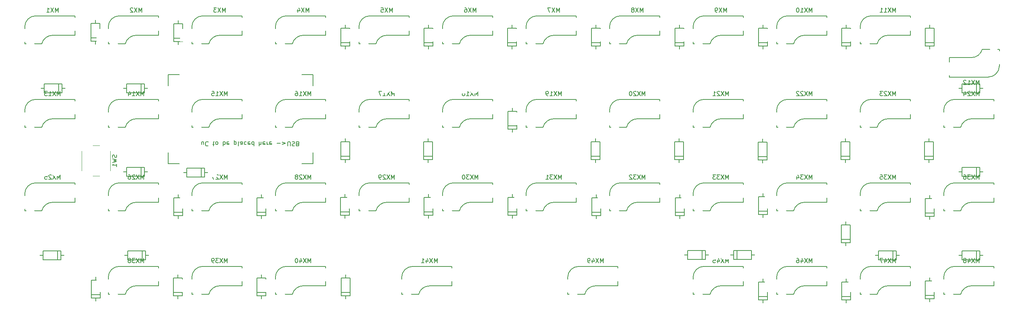
<source format=gbo>
G04 #@! TF.GenerationSoftware,KiCad,Pcbnew,(5.1.5)-3*
G04 #@! TF.CreationDate,2022-02-19T00:44:22-06:00*
G04 #@! TF.ProjectId,Contra,436f6e74-7261-42e6-9b69-6361645f7063,rev?*
G04 #@! TF.SameCoordinates,Original*
G04 #@! TF.FileFunction,Legend,Bot*
G04 #@! TF.FilePolarity,Positive*
%FSLAX46Y46*%
G04 Gerber Fmt 4.6, Leading zero omitted, Abs format (unit mm)*
G04 Created by KiCad (PCBNEW (5.1.5)-3) date 2022-02-19 00:44:22*
%MOMM*%
%LPD*%
G04 APERTURE LIST*
%ADD10C,0.200000*%
%ADD11C,0.150000*%
%ADD12C,0.120000*%
%ADD13R,2.000000X2.000000*%
%ADD14O,2.000000X2.000000*%
%ADD15R,2.950000X2.900000*%
%ADD16C,2.101800*%
%ADD17C,4.387800*%
%ADD18C,3.400000*%
%ADD19C,2.686000*%
%ADD20C,2.400000*%
%ADD21C,2.432000*%
%ADD22C,4.800000*%
%ADD23C,1.100000*%
%ADD24C,3.448000*%
%ADD25C,3.600000*%
%ADD26R,2.400000X2.400000*%
%ADD27R,2.100000X2.100000*%
%ADD28O,2.100000X2.100000*%
G04 APERTURE END LIST*
D10*
X72527142Y-60484285D02*
X72527142Y-59817619D01*
X72098571Y-60484285D02*
X72098571Y-59960476D01*
X72146190Y-59865238D01*
X72241428Y-59817619D01*
X72384285Y-59817619D01*
X72479523Y-59865238D01*
X72527142Y-59912857D01*
X73574761Y-59912857D02*
X73527142Y-59865238D01*
X73384285Y-59817619D01*
X73289047Y-59817619D01*
X73146190Y-59865238D01*
X73050952Y-59960476D01*
X73003333Y-60055714D01*
X72955714Y-60246190D01*
X72955714Y-60389047D01*
X73003333Y-60579523D01*
X73050952Y-60674761D01*
X73146190Y-60770000D01*
X73289047Y-60817619D01*
X73384285Y-60817619D01*
X73527142Y-60770000D01*
X73574761Y-60722380D01*
X74622380Y-60484285D02*
X75003333Y-60484285D01*
X74765238Y-60817619D02*
X74765238Y-59960476D01*
X74812857Y-59865238D01*
X74908095Y-59817619D01*
X75003333Y-59817619D01*
X75479523Y-59817619D02*
X75384285Y-59865238D01*
X75336666Y-59912857D01*
X75289047Y-60008095D01*
X75289047Y-60293809D01*
X75336666Y-60389047D01*
X75384285Y-60436666D01*
X75479523Y-60484285D01*
X75622380Y-60484285D01*
X75717619Y-60436666D01*
X75765238Y-60389047D01*
X75812857Y-60293809D01*
X75812857Y-60008095D01*
X75765238Y-59912857D01*
X75717619Y-59865238D01*
X75622380Y-59817619D01*
X75479523Y-59817619D01*
X77003333Y-59817619D02*
X77003333Y-60817619D01*
X77003333Y-60436666D02*
X77098571Y-60484285D01*
X77289047Y-60484285D01*
X77384285Y-60436666D01*
X77431904Y-60389047D01*
X77479523Y-60293809D01*
X77479523Y-60008095D01*
X77431904Y-59912857D01*
X77384285Y-59865238D01*
X77289047Y-59817619D01*
X77098571Y-59817619D01*
X77003333Y-59865238D01*
X78289047Y-59865238D02*
X78193809Y-59817619D01*
X78003333Y-59817619D01*
X77908095Y-59865238D01*
X77860476Y-59960476D01*
X77860476Y-60341428D01*
X77908095Y-60436666D01*
X78003333Y-60484285D01*
X78193809Y-60484285D01*
X78289047Y-60436666D01*
X78336666Y-60341428D01*
X78336666Y-60246190D01*
X77860476Y-60150952D01*
X79527142Y-60484285D02*
X79527142Y-59484285D01*
X79527142Y-60436666D02*
X79622380Y-60484285D01*
X79812857Y-60484285D01*
X79908095Y-60436666D01*
X79955714Y-60389047D01*
X80003333Y-60293809D01*
X80003333Y-60008095D01*
X79955714Y-59912857D01*
X79908095Y-59865238D01*
X79812857Y-59817619D01*
X79622380Y-59817619D01*
X79527142Y-59865238D01*
X80574761Y-59817619D02*
X80479523Y-59865238D01*
X80431904Y-59960476D01*
X80431904Y-60817619D01*
X81384285Y-59817619D02*
X81384285Y-60341428D01*
X81336666Y-60436666D01*
X81241428Y-60484285D01*
X81050952Y-60484285D01*
X80955714Y-60436666D01*
X81384285Y-59865238D02*
X81289047Y-59817619D01*
X81050952Y-59817619D01*
X80955714Y-59865238D01*
X80908095Y-59960476D01*
X80908095Y-60055714D01*
X80955714Y-60150952D01*
X81050952Y-60198571D01*
X81289047Y-60198571D01*
X81384285Y-60246190D01*
X82289047Y-59865238D02*
X82193809Y-59817619D01*
X82003333Y-59817619D01*
X81908095Y-59865238D01*
X81860476Y-59912857D01*
X81812857Y-60008095D01*
X81812857Y-60293809D01*
X81860476Y-60389047D01*
X81908095Y-60436666D01*
X82003333Y-60484285D01*
X82193809Y-60484285D01*
X82289047Y-60436666D01*
X83098571Y-59865238D02*
X83003333Y-59817619D01*
X82812857Y-59817619D01*
X82717619Y-59865238D01*
X82669999Y-59960476D01*
X82669999Y-60341428D01*
X82717619Y-60436666D01*
X82812857Y-60484285D01*
X83003333Y-60484285D01*
X83098571Y-60436666D01*
X83146190Y-60341428D01*
X83146190Y-60246190D01*
X82669999Y-60150952D01*
X84003333Y-59817619D02*
X84003333Y-60817619D01*
X84003333Y-59865238D02*
X83908095Y-59817619D01*
X83717619Y-59817619D01*
X83622380Y-59865238D01*
X83574761Y-59912857D01*
X83527142Y-60008095D01*
X83527142Y-60293809D01*
X83574761Y-60389047D01*
X83622380Y-60436666D01*
X83717619Y-60484285D01*
X83908095Y-60484285D01*
X84003333Y-60436666D01*
X85241428Y-59817619D02*
X85241428Y-60817619D01*
X85669999Y-59817619D02*
X85669999Y-60341428D01*
X85622380Y-60436666D01*
X85527142Y-60484285D01*
X85384285Y-60484285D01*
X85289047Y-60436666D01*
X85241428Y-60389047D01*
X86527142Y-59865238D02*
X86431904Y-59817619D01*
X86241428Y-59817619D01*
X86146190Y-59865238D01*
X86098571Y-59960476D01*
X86098571Y-60341428D01*
X86146190Y-60436666D01*
X86241428Y-60484285D01*
X86431904Y-60484285D01*
X86527142Y-60436666D01*
X86574761Y-60341428D01*
X86574761Y-60246190D01*
X86098571Y-60150952D01*
X87003333Y-59817619D02*
X87003333Y-60484285D01*
X87003333Y-60293809D02*
X87050952Y-60389047D01*
X87098571Y-60436666D01*
X87193809Y-60484285D01*
X87289047Y-60484285D01*
X88003333Y-59865238D02*
X87908095Y-59817619D01*
X87717619Y-59817619D01*
X87622380Y-59865238D01*
X87574761Y-59960476D01*
X87574761Y-60341428D01*
X87622380Y-60436666D01*
X87717619Y-60484285D01*
X87908095Y-60484285D01*
X88003333Y-60436666D01*
X88050952Y-60341428D01*
X88050952Y-60246190D01*
X87574761Y-60150952D01*
X89241428Y-60198571D02*
X90003333Y-60198571D01*
X90479523Y-60484285D02*
X91241428Y-60198571D01*
X90479523Y-59912857D01*
X91717619Y-60817619D02*
X91717619Y-60008095D01*
X91765238Y-59912857D01*
X91812857Y-59865238D01*
X91908095Y-59817619D01*
X92098571Y-59817619D01*
X92193809Y-59865238D01*
X92241428Y-59912857D01*
X92289047Y-60008095D01*
X92289047Y-60817619D01*
X92717619Y-59865238D02*
X92860476Y-59817619D01*
X93098571Y-59817619D01*
X93193809Y-59865238D01*
X93241428Y-59912857D01*
X93289047Y-60008095D01*
X93289047Y-60103333D01*
X93241428Y-60198571D01*
X93193809Y-60246190D01*
X93098571Y-60293809D01*
X92908095Y-60341428D01*
X92812857Y-60389047D01*
X92765238Y-60436666D01*
X92717619Y-60531904D01*
X92717619Y-60627142D01*
X92765238Y-60722380D01*
X92812857Y-60770000D01*
X92908095Y-60817619D01*
X93146190Y-60817619D01*
X93289047Y-60770000D01*
X94050952Y-60341428D02*
X94193809Y-60293809D01*
X94241428Y-60246190D01*
X94289047Y-60150952D01*
X94289047Y-60008095D01*
X94241428Y-59912857D01*
X94193809Y-59865238D01*
X94098571Y-59817619D01*
X93717619Y-59817619D01*
X93717619Y-60817619D01*
X94050952Y-60817619D01*
X94146190Y-60770000D01*
X94193809Y-60722380D01*
X94241428Y-60627142D01*
X94241428Y-60531904D01*
X94193809Y-60436666D01*
X94146190Y-60389047D01*
X94050952Y-60341428D01*
X93717619Y-60341428D01*
D11*
X39528750Y-48641000D02*
X39528750Y-46609000D01*
X40290750Y-47625000D02*
X41052750Y-47625000D01*
X36226750Y-47625000D02*
X35464750Y-47625000D01*
X36226750Y-46609000D02*
X36226750Y-48641000D01*
X40290750Y-46609000D02*
X36226750Y-46609000D01*
X40290750Y-48641000D02*
X40290750Y-46609000D01*
X36226750Y-48641000D02*
X40290750Y-48641000D01*
X81280000Y-31115000D02*
X81280000Y-31496000D01*
X72390000Y-31115000D02*
X81280000Y-31115000D01*
X69850000Y-33655000D02*
X69850000Y-34036000D01*
X70231000Y-37465000D02*
X69850000Y-37465000D01*
X73735838Y-37465000D02*
X72009000Y-37465000D01*
X81280000Y-35560000D02*
X76200000Y-35560000D01*
X81280000Y-34544000D02*
X81280000Y-35560000D01*
X73735838Y-37483960D02*
G75*
G02X76200000Y-35560000I2464162J-616040D01*
G01*
X69850000Y-37084000D02*
X69850000Y-37465000D01*
X69850000Y-33655000D02*
G75*
G02X72390000Y-31115000I2540000J0D01*
G01*
X254000000Y-42545000D02*
G75*
G02X251460000Y-45085000I-2540000J0D01*
G01*
X254000000Y-39116000D02*
X254000000Y-38735000D01*
X250114162Y-38716040D02*
G75*
G02X247650000Y-40640000I-2464162J616040D01*
G01*
X242570000Y-41656000D02*
X242570000Y-40640000D01*
X242570000Y-40640000D02*
X247650000Y-40640000D01*
X250114162Y-38735000D02*
X251841000Y-38735000D01*
X253619000Y-38735000D02*
X254000000Y-38735000D01*
X254000000Y-42545000D02*
X254000000Y-42164000D01*
X251460000Y-45085000D02*
X242570000Y-45085000D01*
X242570000Y-45085000D02*
X242570000Y-44704000D01*
X119380000Y-50165000D02*
X119380000Y-50546000D01*
X110490000Y-50165000D02*
X119380000Y-50165000D01*
X107950000Y-52705000D02*
X107950000Y-53086000D01*
X108331000Y-56515000D02*
X107950000Y-56515000D01*
X111835838Y-56515000D02*
X110109000Y-56515000D01*
X119380000Y-54610000D02*
X114300000Y-54610000D01*
X119380000Y-53594000D02*
X119380000Y-54610000D01*
X111835838Y-56533960D02*
G75*
G02X114300000Y-54610000I2464162J-616040D01*
G01*
X107950000Y-56134000D02*
X107950000Y-56515000D01*
X107950000Y-52705000D02*
G75*
G02X110490000Y-50165000I2540000J0D01*
G01*
X43180000Y-31115000D02*
X43180000Y-31496000D01*
X34290000Y-31115000D02*
X43180000Y-31115000D01*
X31750000Y-33655000D02*
X31750000Y-34036000D01*
X32131000Y-37465000D02*
X31750000Y-37465000D01*
X35635838Y-37465000D02*
X33909000Y-37465000D01*
X43180000Y-35560000D02*
X38100000Y-35560000D01*
X43180000Y-34544000D02*
X43180000Y-35560000D01*
X35635838Y-37483960D02*
G75*
G02X38100000Y-35560000I2464162J-616040D01*
G01*
X31750000Y-37084000D02*
X31750000Y-37465000D01*
X31750000Y-33655000D02*
G75*
G02X34290000Y-31115000I2540000J0D01*
G01*
X195580000Y-31115000D02*
X195580000Y-31496000D01*
X186690000Y-31115000D02*
X195580000Y-31115000D01*
X184150000Y-33655000D02*
X184150000Y-34036000D01*
X184531000Y-37465000D02*
X184150000Y-37465000D01*
X188035838Y-37465000D02*
X186309000Y-37465000D01*
X195580000Y-35560000D02*
X190500000Y-35560000D01*
X195580000Y-34544000D02*
X195580000Y-35560000D01*
X188035838Y-37483960D02*
G75*
G02X190500000Y-35560000I2464162J-616040D01*
G01*
X184150000Y-37084000D02*
X184150000Y-37465000D01*
X184150000Y-33655000D02*
G75*
G02X186690000Y-31115000I2540000J0D01*
G01*
X233680000Y-31115000D02*
X233680000Y-31496000D01*
X224790000Y-31115000D02*
X233680000Y-31115000D01*
X222250000Y-33655000D02*
X222250000Y-34036000D01*
X222631000Y-37465000D02*
X222250000Y-37465000D01*
X226135838Y-37465000D02*
X224409000Y-37465000D01*
X233680000Y-35560000D02*
X228600000Y-35560000D01*
X233680000Y-34544000D02*
X233680000Y-35560000D01*
X226135838Y-37483960D02*
G75*
G02X228600000Y-35560000I2464162J-616040D01*
G01*
X222250000Y-37084000D02*
X222250000Y-37465000D01*
X222250000Y-33655000D02*
G75*
G02X224790000Y-31115000I2540000J0D01*
G01*
X127000000Y-52705000D02*
G75*
G02X129540000Y-50165000I2540000J0D01*
G01*
X127000000Y-56134000D02*
X127000000Y-56515000D01*
X130885838Y-56533960D02*
G75*
G02X133350000Y-54610000I2464162J-616040D01*
G01*
X138430000Y-53594000D02*
X138430000Y-54610000D01*
X138430000Y-54610000D02*
X133350000Y-54610000D01*
X130885838Y-56515000D02*
X129159000Y-56515000D01*
X127381000Y-56515000D02*
X127000000Y-56515000D01*
X127000000Y-52705000D02*
X127000000Y-53086000D01*
X129540000Y-50165000D02*
X138430000Y-50165000D01*
X138430000Y-50165000D02*
X138430000Y-50546000D01*
X119380000Y-31115000D02*
X119380000Y-31496000D01*
X110490000Y-31115000D02*
X119380000Y-31115000D01*
X107950000Y-33655000D02*
X107950000Y-34036000D01*
X108331000Y-37465000D02*
X107950000Y-37465000D01*
X111835838Y-37465000D02*
X110109000Y-37465000D01*
X119380000Y-35560000D02*
X114300000Y-35560000D01*
X119380000Y-34544000D02*
X119380000Y-35560000D01*
X111835838Y-37483960D02*
G75*
G02X114300000Y-35560000I2464162J-616040D01*
G01*
X107950000Y-37084000D02*
X107950000Y-37465000D01*
X107950000Y-33655000D02*
G75*
G02X110490000Y-31115000I2540000J0D01*
G01*
X165100000Y-52705000D02*
G75*
G02X167640000Y-50165000I2540000J0D01*
G01*
X165100000Y-56134000D02*
X165100000Y-56515000D01*
X168985838Y-56533960D02*
G75*
G02X171450000Y-54610000I2464162J-616040D01*
G01*
X176530000Y-53594000D02*
X176530000Y-54610000D01*
X176530000Y-54610000D02*
X171450000Y-54610000D01*
X168985838Y-56515000D02*
X167259000Y-56515000D01*
X165481000Y-56515000D02*
X165100000Y-56515000D01*
X165100000Y-52705000D02*
X165100000Y-53086000D01*
X167640000Y-50165000D02*
X176530000Y-50165000D01*
X176530000Y-50165000D02*
X176530000Y-50546000D01*
X195580000Y-50165000D02*
X195580000Y-50546000D01*
X186690000Y-50165000D02*
X195580000Y-50165000D01*
X184150000Y-52705000D02*
X184150000Y-53086000D01*
X184531000Y-56515000D02*
X184150000Y-56515000D01*
X188035838Y-56515000D02*
X186309000Y-56515000D01*
X195580000Y-54610000D02*
X190500000Y-54610000D01*
X195580000Y-53594000D02*
X195580000Y-54610000D01*
X188035838Y-56533960D02*
G75*
G02X190500000Y-54610000I2464162J-616040D01*
G01*
X184150000Y-56134000D02*
X184150000Y-56515000D01*
X184150000Y-52705000D02*
G75*
G02X186690000Y-50165000I2540000J0D01*
G01*
X88900000Y-33655000D02*
G75*
G02X91440000Y-31115000I2540000J0D01*
G01*
X88900000Y-37084000D02*
X88900000Y-37465000D01*
X92785838Y-37483960D02*
G75*
G02X95250000Y-35560000I2464162J-616040D01*
G01*
X100330000Y-34544000D02*
X100330000Y-35560000D01*
X100330000Y-35560000D02*
X95250000Y-35560000D01*
X92785838Y-37465000D02*
X91059000Y-37465000D01*
X89281000Y-37465000D02*
X88900000Y-37465000D01*
X88900000Y-33655000D02*
X88900000Y-34036000D01*
X91440000Y-31115000D02*
X100330000Y-31115000D01*
X100330000Y-31115000D02*
X100330000Y-31496000D01*
X203200000Y-33655000D02*
G75*
G02X205740000Y-31115000I2540000J0D01*
G01*
X203200000Y-37084000D02*
X203200000Y-37465000D01*
X207085838Y-37483960D02*
G75*
G02X209550000Y-35560000I2464162J-616040D01*
G01*
X214630000Y-34544000D02*
X214630000Y-35560000D01*
X214630000Y-35560000D02*
X209550000Y-35560000D01*
X207085838Y-37465000D02*
X205359000Y-37465000D01*
X203581000Y-37465000D02*
X203200000Y-37465000D01*
X203200000Y-33655000D02*
X203200000Y-34036000D01*
X205740000Y-31115000D02*
X214630000Y-31115000D01*
X214630000Y-31115000D02*
X214630000Y-31496000D01*
X165100000Y-33655000D02*
G75*
G02X167640000Y-31115000I2540000J0D01*
G01*
X165100000Y-37084000D02*
X165100000Y-37465000D01*
X168985838Y-37483960D02*
G75*
G02X171450000Y-35560000I2464162J-616040D01*
G01*
X176530000Y-34544000D02*
X176530000Y-35560000D01*
X176530000Y-35560000D02*
X171450000Y-35560000D01*
X168985838Y-37465000D02*
X167259000Y-37465000D01*
X165481000Y-37465000D02*
X165100000Y-37465000D01*
X165100000Y-33655000D02*
X165100000Y-34036000D01*
X167640000Y-31115000D02*
X176530000Y-31115000D01*
X176530000Y-31115000D02*
X176530000Y-31496000D01*
X43180000Y-50165000D02*
X43180000Y-50546000D01*
X34290000Y-50165000D02*
X43180000Y-50165000D01*
X31750000Y-52705000D02*
X31750000Y-53086000D01*
X32131000Y-56515000D02*
X31750000Y-56515000D01*
X35635838Y-56515000D02*
X33909000Y-56515000D01*
X43180000Y-54610000D02*
X38100000Y-54610000D01*
X43180000Y-53594000D02*
X43180000Y-54610000D01*
X35635838Y-56533960D02*
G75*
G02X38100000Y-54610000I2464162J-616040D01*
G01*
X31750000Y-56134000D02*
X31750000Y-56515000D01*
X31750000Y-52705000D02*
G75*
G02X34290000Y-50165000I2540000J0D01*
G01*
X127000000Y-33655000D02*
G75*
G02X129540000Y-31115000I2540000J0D01*
G01*
X127000000Y-37084000D02*
X127000000Y-37465000D01*
X130885838Y-37483960D02*
G75*
G02X133350000Y-35560000I2464162J-616040D01*
G01*
X138430000Y-34544000D02*
X138430000Y-35560000D01*
X138430000Y-35560000D02*
X133350000Y-35560000D01*
X130885838Y-37465000D02*
X129159000Y-37465000D01*
X127381000Y-37465000D02*
X127000000Y-37465000D01*
X127000000Y-33655000D02*
X127000000Y-34036000D01*
X129540000Y-31115000D02*
X138430000Y-31115000D01*
X138430000Y-31115000D02*
X138430000Y-31496000D01*
X157480000Y-50165000D02*
X157480000Y-50546000D01*
X148590000Y-50165000D02*
X157480000Y-50165000D01*
X146050000Y-52705000D02*
X146050000Y-53086000D01*
X146431000Y-56515000D02*
X146050000Y-56515000D01*
X149935838Y-56515000D02*
X148209000Y-56515000D01*
X157480000Y-54610000D02*
X152400000Y-54610000D01*
X157480000Y-53594000D02*
X157480000Y-54610000D01*
X149935838Y-56533960D02*
G75*
G02X152400000Y-54610000I2464162J-616040D01*
G01*
X146050000Y-56134000D02*
X146050000Y-56515000D01*
X146050000Y-52705000D02*
G75*
G02X148590000Y-50165000I2540000J0D01*
G01*
X88900000Y-52705000D02*
G75*
G02X91440000Y-50165000I2540000J0D01*
G01*
X88900000Y-56134000D02*
X88900000Y-56515000D01*
X92785838Y-56533960D02*
G75*
G02X95250000Y-54610000I2464162J-616040D01*
G01*
X100330000Y-53594000D02*
X100330000Y-54610000D01*
X100330000Y-54610000D02*
X95250000Y-54610000D01*
X92785838Y-56515000D02*
X91059000Y-56515000D01*
X89281000Y-56515000D02*
X88900000Y-56515000D01*
X88900000Y-52705000D02*
X88900000Y-53086000D01*
X91440000Y-50165000D02*
X100330000Y-50165000D01*
X100330000Y-50165000D02*
X100330000Y-50546000D01*
X50800000Y-33655000D02*
G75*
G02X53340000Y-31115000I2540000J0D01*
G01*
X50800000Y-37084000D02*
X50800000Y-37465000D01*
X54685838Y-37483960D02*
G75*
G02X57150000Y-35560000I2464162J-616040D01*
G01*
X62230000Y-34544000D02*
X62230000Y-35560000D01*
X62230000Y-35560000D02*
X57150000Y-35560000D01*
X54685838Y-37465000D02*
X52959000Y-37465000D01*
X51181000Y-37465000D02*
X50800000Y-37465000D01*
X50800000Y-33655000D02*
X50800000Y-34036000D01*
X53340000Y-31115000D02*
X62230000Y-31115000D01*
X62230000Y-31115000D02*
X62230000Y-31496000D01*
X161034000Y-72598000D02*
X161034000Y-76662000D01*
X161034000Y-76662000D02*
X163066000Y-76662000D01*
X163066000Y-76662000D02*
X163066000Y-72598000D01*
X163066000Y-72598000D02*
X161034000Y-72598000D01*
X162050000Y-72598000D02*
X162050000Y-71836000D01*
X162050000Y-76662000D02*
X162050000Y-77424000D01*
X161034000Y-75900000D02*
X163066000Y-75900000D01*
X197442000Y-84654000D02*
X193378000Y-84654000D01*
X193378000Y-84654000D02*
X193378000Y-86686000D01*
X193378000Y-86686000D02*
X197442000Y-86686000D01*
X197442000Y-86686000D02*
X197442000Y-84654000D01*
X197442000Y-85670000D02*
X198204000Y-85670000D01*
X193378000Y-85670000D02*
X192616000Y-85670000D01*
X194140000Y-84654000D02*
X194140000Y-86686000D01*
X218004000Y-82120000D02*
X220036000Y-82120000D01*
X219020000Y-82882000D02*
X219020000Y-83644000D01*
X219020000Y-78818000D02*
X219020000Y-78056000D01*
X220036000Y-78818000D02*
X218004000Y-78818000D01*
X220036000Y-82882000D02*
X220036000Y-78818000D01*
X218004000Y-82882000D02*
X220036000Y-82882000D01*
X218004000Y-78818000D02*
X218004000Y-82882000D01*
X141954000Y-75870000D02*
X143986000Y-75870000D01*
X142970000Y-76632000D02*
X142970000Y-77394000D01*
X142970000Y-72568000D02*
X142970000Y-71806000D01*
X143986000Y-72568000D02*
X141954000Y-72568000D01*
X143986000Y-76632000D02*
X143986000Y-72568000D01*
X141954000Y-76632000D02*
X143986000Y-76632000D01*
X141954000Y-72568000D02*
X141954000Y-76632000D01*
X103894000Y-94240000D02*
X105926000Y-94240000D01*
X104910000Y-95002000D02*
X104910000Y-95764000D01*
X104910000Y-90938000D02*
X104910000Y-90176000D01*
X105926000Y-90938000D02*
X103894000Y-90938000D01*
X105926000Y-95002000D02*
X105926000Y-90938000D01*
X103894000Y-95002000D02*
X105926000Y-95002000D01*
X103894000Y-90938000D02*
X103894000Y-95002000D01*
X226409250Y-86741000D02*
X230473250Y-86741000D01*
X230473250Y-86741000D02*
X230473250Y-84709000D01*
X230473250Y-84709000D02*
X226409250Y-84709000D01*
X226409250Y-84709000D02*
X226409250Y-86741000D01*
X226409250Y-85725000D02*
X225647250Y-85725000D01*
X230473250Y-85725000D02*
X231235250Y-85725000D01*
X229711250Y-86741000D02*
X229711250Y-84709000D01*
X199124000Y-75710000D02*
X201156000Y-75710000D01*
X200140000Y-76472000D02*
X200140000Y-77234000D01*
X200140000Y-72408000D02*
X200140000Y-71646000D01*
X201156000Y-72408000D02*
X199124000Y-72408000D01*
X201156000Y-76472000D02*
X201156000Y-72408000D01*
X199124000Y-76472000D02*
X201156000Y-76472000D01*
X199124000Y-72408000D02*
X199124000Y-76472000D01*
X237144000Y-94910000D02*
X239176000Y-94910000D01*
X238160000Y-95672000D02*
X238160000Y-96434000D01*
X238160000Y-91608000D02*
X238160000Y-90846000D01*
X239176000Y-91608000D02*
X237144000Y-91608000D01*
X239176000Y-95672000D02*
X239176000Y-91608000D01*
X237144000Y-95672000D02*
X239176000Y-95672000D01*
X237144000Y-91608000D02*
X237144000Y-95672000D01*
X237144000Y-76130000D02*
X239176000Y-76130000D01*
X238160000Y-76892000D02*
X238160000Y-77654000D01*
X238160000Y-72828000D02*
X238160000Y-72066000D01*
X239176000Y-72828000D02*
X237144000Y-72828000D01*
X239176000Y-76892000D02*
X239176000Y-72828000D01*
X237144000Y-76892000D02*
X239176000Y-76892000D01*
X237144000Y-72828000D02*
X237144000Y-76892000D01*
X248761250Y-86741000D02*
X248761250Y-84709000D01*
X249523250Y-85725000D02*
X250285250Y-85725000D01*
X245459250Y-85725000D02*
X244697250Y-85725000D01*
X245459250Y-84709000D02*
X245459250Y-86741000D01*
X249523250Y-84709000D02*
X245459250Y-84709000D01*
X249523250Y-86741000D02*
X249523250Y-84709000D01*
X245459250Y-86741000D02*
X249523250Y-86741000D01*
X182958000Y-86716000D02*
X187022000Y-86716000D01*
X187022000Y-86716000D02*
X187022000Y-84684000D01*
X187022000Y-84684000D02*
X182958000Y-84684000D01*
X182958000Y-84684000D02*
X182958000Y-86716000D01*
X182958000Y-85700000D02*
X182196000Y-85700000D01*
X187022000Y-85700000D02*
X187784000Y-85700000D01*
X186260000Y-86716000D02*
X186260000Y-84684000D01*
X46954000Y-94720000D02*
X48986000Y-94720000D01*
X47970000Y-95482000D02*
X47970000Y-96244000D01*
X47970000Y-91418000D02*
X47970000Y-90656000D01*
X48986000Y-91418000D02*
X46954000Y-91418000D01*
X48986000Y-95482000D02*
X48986000Y-91418000D01*
X46954000Y-95482000D02*
X48986000Y-95482000D01*
X46954000Y-91418000D02*
X46954000Y-95482000D01*
X84684000Y-72628000D02*
X84684000Y-76692000D01*
X84684000Y-76692000D02*
X86716000Y-76692000D01*
X86716000Y-76692000D02*
X86716000Y-72628000D01*
X86716000Y-72628000D02*
X84684000Y-72628000D01*
X85700000Y-72628000D02*
X85700000Y-71866000D01*
X85700000Y-76692000D02*
X85700000Y-77454000D01*
X84684000Y-75930000D02*
X86716000Y-75930000D01*
X218064000Y-91868000D02*
X218064000Y-95932000D01*
X218064000Y-95932000D02*
X220096000Y-95932000D01*
X220096000Y-95932000D02*
X220096000Y-91868000D01*
X220096000Y-91868000D02*
X218064000Y-91868000D01*
X219080000Y-91868000D02*
X219080000Y-91106000D01*
X219080000Y-95932000D02*
X219080000Y-96694000D01*
X218064000Y-95170000D02*
X220096000Y-95170000D01*
X84724000Y-90938000D02*
X84724000Y-95002000D01*
X84724000Y-95002000D02*
X86756000Y-95002000D01*
X86756000Y-95002000D02*
X86756000Y-90938000D01*
X86756000Y-90938000D02*
X84724000Y-90938000D01*
X85740000Y-90938000D02*
X85740000Y-90176000D01*
X85740000Y-95002000D02*
X85740000Y-95764000D01*
X84724000Y-94240000D02*
X86756000Y-94240000D01*
X122844000Y-75870000D02*
X124876000Y-75870000D01*
X123860000Y-76632000D02*
X123860000Y-77394000D01*
X123860000Y-72568000D02*
X123860000Y-71806000D01*
X124876000Y-72568000D02*
X122844000Y-72568000D01*
X124876000Y-76632000D02*
X124876000Y-72568000D01*
X122844000Y-76632000D02*
X124876000Y-76632000D01*
X122844000Y-72568000D02*
X122844000Y-76632000D01*
X199124000Y-91868000D02*
X199124000Y-95932000D01*
X199124000Y-95932000D02*
X201156000Y-95932000D01*
X201156000Y-95932000D02*
X201156000Y-91868000D01*
X201156000Y-91868000D02*
X199124000Y-91868000D01*
X200140000Y-91868000D02*
X200140000Y-91106000D01*
X200140000Y-95932000D02*
X200140000Y-96694000D01*
X199124000Y-95170000D02*
X201156000Y-95170000D01*
X103764000Y-72568000D02*
X103764000Y-76632000D01*
X103764000Y-76632000D02*
X105796000Y-76632000D01*
X105796000Y-76632000D02*
X105796000Y-72568000D01*
X105796000Y-72568000D02*
X103764000Y-72568000D01*
X104780000Y-72568000D02*
X104780000Y-71806000D01*
X104780000Y-76632000D02*
X104780000Y-77394000D01*
X103764000Y-75870000D02*
X105796000Y-75870000D01*
X54959250Y-48641000D02*
X59023250Y-48641000D01*
X59023250Y-48641000D02*
X59023250Y-46609000D01*
X59023250Y-46609000D02*
X54959250Y-46609000D01*
X54959250Y-46609000D02*
X54959250Y-48641000D01*
X54959250Y-47625000D02*
X54197250Y-47625000D01*
X59023250Y-47625000D02*
X59785250Y-47625000D01*
X58261250Y-48641000D02*
X58261250Y-46609000D01*
X103864000Y-63150000D02*
X105896000Y-63150000D01*
X104880000Y-63912000D02*
X104880000Y-64674000D01*
X104880000Y-59848000D02*
X104880000Y-59086000D01*
X105896000Y-59848000D02*
X103864000Y-59848000D01*
X105896000Y-63912000D02*
X105896000Y-59848000D01*
X103864000Y-63912000D02*
X105896000Y-63912000D01*
X103864000Y-59848000D02*
X103864000Y-63912000D01*
X179914000Y-59848000D02*
X179914000Y-63912000D01*
X179914000Y-63912000D02*
X181946000Y-63912000D01*
X181946000Y-63912000D02*
X181946000Y-59848000D01*
X181946000Y-59848000D02*
X179914000Y-59848000D01*
X180930000Y-59848000D02*
X180930000Y-59086000D01*
X180930000Y-63912000D02*
X180930000Y-64674000D01*
X179914000Y-63150000D02*
X181946000Y-63150000D01*
X65724000Y-32918000D02*
X65724000Y-36982000D01*
X65724000Y-36982000D02*
X67756000Y-36982000D01*
X67756000Y-36982000D02*
X67756000Y-32918000D01*
X67756000Y-32918000D02*
X65724000Y-32918000D01*
X66740000Y-32918000D02*
X66740000Y-32156000D01*
X66740000Y-36982000D02*
X66740000Y-37744000D01*
X65724000Y-36220000D02*
X67756000Y-36220000D01*
X46824000Y-36180000D02*
X48856000Y-36180000D01*
X47840000Y-36942000D02*
X47840000Y-37704000D01*
X47840000Y-32878000D02*
X47840000Y-32116000D01*
X48856000Y-32878000D02*
X46824000Y-32878000D01*
X48856000Y-36942000D02*
X48856000Y-32878000D01*
X46824000Y-36942000D02*
X48856000Y-36942000D01*
X46824000Y-32878000D02*
X46824000Y-36942000D01*
X122714000Y-59848000D02*
X122714000Y-63912000D01*
X122714000Y-63912000D02*
X124746000Y-63912000D01*
X124746000Y-63912000D02*
X124746000Y-59848000D01*
X124746000Y-59848000D02*
X122714000Y-59848000D01*
X123730000Y-59848000D02*
X123730000Y-59086000D01*
X123730000Y-63912000D02*
X123730000Y-64674000D01*
X122714000Y-63150000D02*
X124746000Y-63150000D01*
X245459250Y-67691000D02*
X249523250Y-67691000D01*
X249523250Y-67691000D02*
X249523250Y-65659000D01*
X249523250Y-65659000D02*
X245459250Y-65659000D01*
X245459250Y-65659000D02*
X245459250Y-67691000D01*
X245459250Y-66675000D02*
X244697250Y-66675000D01*
X249523250Y-66675000D02*
X250285250Y-66675000D01*
X248761250Y-67691000D02*
X248761250Y-65659000D01*
X237084000Y-37240000D02*
X239116000Y-37240000D01*
X238100000Y-38002000D02*
X238100000Y-38764000D01*
X238100000Y-33938000D02*
X238100000Y-33176000D01*
X239116000Y-33938000D02*
X237084000Y-33938000D01*
X239116000Y-38002000D02*
X239116000Y-33938000D01*
X237084000Y-38002000D02*
X239116000Y-38002000D01*
X237084000Y-33938000D02*
X237084000Y-38002000D01*
X236924000Y-63150000D02*
X238956000Y-63150000D01*
X237940000Y-63912000D02*
X237940000Y-64674000D01*
X237940000Y-59848000D02*
X237940000Y-59086000D01*
X238956000Y-59848000D02*
X236924000Y-59848000D01*
X238956000Y-63912000D02*
X238956000Y-59848000D01*
X236924000Y-63912000D02*
X238956000Y-63912000D01*
X236924000Y-59848000D02*
X236924000Y-63912000D01*
X199024000Y-59908000D02*
X199024000Y-63972000D01*
X199024000Y-63972000D02*
X201056000Y-63972000D01*
X201056000Y-63972000D02*
X201056000Y-59908000D01*
X201056000Y-59908000D02*
X199024000Y-59908000D01*
X200040000Y-59908000D02*
X200040000Y-59146000D01*
X200040000Y-63972000D02*
X200040000Y-64734000D01*
X199024000Y-63210000D02*
X201056000Y-63210000D01*
X58261250Y-67691000D02*
X58261250Y-65659000D01*
X59023250Y-66675000D02*
X59785250Y-66675000D01*
X54959250Y-66675000D02*
X54197250Y-66675000D01*
X54959250Y-65659000D02*
X54959250Y-67691000D01*
X59023250Y-65659000D02*
X54959250Y-65659000D01*
X59023250Y-67691000D02*
X59023250Y-65659000D01*
X54959250Y-67691000D02*
X59023250Y-67691000D01*
X141954000Y-56190000D02*
X143986000Y-56190000D01*
X142970000Y-56952000D02*
X142970000Y-57714000D01*
X142970000Y-52888000D02*
X142970000Y-52126000D01*
X143986000Y-52888000D02*
X141954000Y-52888000D01*
X143986000Y-56952000D02*
X143986000Y-52888000D01*
X141954000Y-56952000D02*
X143986000Y-56952000D01*
X141954000Y-52888000D02*
X141954000Y-56952000D01*
X68668000Y-67896000D02*
X72732000Y-67896000D01*
X72732000Y-67896000D02*
X72732000Y-65864000D01*
X72732000Y-65864000D02*
X68668000Y-65864000D01*
X68668000Y-65864000D02*
X68668000Y-67896000D01*
X68668000Y-66880000D02*
X67906000Y-66880000D01*
X72732000Y-66880000D02*
X73494000Y-66880000D01*
X71970000Y-67896000D02*
X71970000Y-65864000D01*
X217904000Y-63150000D02*
X219936000Y-63150000D01*
X218920000Y-63912000D02*
X218920000Y-64674000D01*
X218920000Y-59848000D02*
X218920000Y-59086000D01*
X219936000Y-59848000D02*
X217904000Y-59848000D01*
X219936000Y-63912000D02*
X219936000Y-59848000D01*
X217904000Y-63912000D02*
X219936000Y-63912000D01*
X217904000Y-59848000D02*
X217904000Y-63912000D01*
X122844000Y-37210000D02*
X124876000Y-37210000D01*
X123860000Y-37972000D02*
X123860000Y-38734000D01*
X123860000Y-33908000D02*
X123860000Y-33146000D01*
X124876000Y-33908000D02*
X122844000Y-33908000D01*
X124876000Y-37972000D02*
X124876000Y-33908000D01*
X122844000Y-37972000D02*
X124876000Y-37972000D01*
X122844000Y-33908000D02*
X122844000Y-37972000D01*
X160864000Y-63180000D02*
X162896000Y-63180000D01*
X161880000Y-63942000D02*
X161880000Y-64704000D01*
X161880000Y-59878000D02*
X161880000Y-59116000D01*
X162896000Y-59878000D02*
X160864000Y-59878000D01*
X162896000Y-63942000D02*
X162896000Y-59878000D01*
X160864000Y-63942000D02*
X162896000Y-63942000D01*
X160864000Y-59878000D02*
X160864000Y-63942000D01*
X160964000Y-33938000D02*
X160964000Y-38002000D01*
X160964000Y-38002000D02*
X162996000Y-38002000D01*
X162996000Y-38002000D02*
X162996000Y-33938000D01*
X162996000Y-33938000D02*
X160964000Y-33938000D01*
X161980000Y-33938000D02*
X161980000Y-33176000D01*
X161980000Y-38002000D02*
X161980000Y-38764000D01*
X160964000Y-37240000D02*
X162996000Y-37240000D01*
X180044000Y-33938000D02*
X180044000Y-38002000D01*
X180044000Y-38002000D02*
X182076000Y-38002000D01*
X182076000Y-38002000D02*
X182076000Y-33938000D01*
X182076000Y-33938000D02*
X180044000Y-33938000D01*
X181060000Y-33938000D02*
X181060000Y-33176000D01*
X181060000Y-38002000D02*
X181060000Y-38764000D01*
X180044000Y-37240000D02*
X182076000Y-37240000D01*
X214630000Y-88265000D02*
X214630000Y-88646000D01*
X205740000Y-88265000D02*
X214630000Y-88265000D01*
X203200000Y-90805000D02*
X203200000Y-91186000D01*
X203581000Y-94615000D02*
X203200000Y-94615000D01*
X207085838Y-94615000D02*
X205359000Y-94615000D01*
X214630000Y-92710000D02*
X209550000Y-92710000D01*
X214630000Y-91694000D02*
X214630000Y-92710000D01*
X207085838Y-94633960D02*
G75*
G02X209550000Y-92710000I2464162J-616040D01*
G01*
X203200000Y-94234000D02*
X203200000Y-94615000D01*
X203200000Y-90805000D02*
G75*
G02X205740000Y-88265000I2540000J0D01*
G01*
X117700000Y-90825000D02*
G75*
G02X120240000Y-88285000I2540000J0D01*
G01*
X117700000Y-94254000D02*
X117700000Y-94635000D01*
X121585838Y-94653960D02*
G75*
G02X124050000Y-92730000I2464162J-616040D01*
G01*
X129130000Y-91714000D02*
X129130000Y-92730000D01*
X129130000Y-92730000D02*
X124050000Y-92730000D01*
X121585838Y-94635000D02*
X119859000Y-94635000D01*
X118081000Y-94635000D02*
X117700000Y-94635000D01*
X117700000Y-90825000D02*
X117700000Y-91206000D01*
X120240000Y-88285000D02*
X129130000Y-88285000D01*
X129130000Y-88285000D02*
X129130000Y-88666000D01*
X252730000Y-69215000D02*
X252730000Y-69596000D01*
X243840000Y-69215000D02*
X252730000Y-69215000D01*
X241300000Y-71755000D02*
X241300000Y-72136000D01*
X241681000Y-75565000D02*
X241300000Y-75565000D01*
X245185838Y-75565000D02*
X243459000Y-75565000D01*
X252730000Y-73660000D02*
X247650000Y-73660000D01*
X252730000Y-72644000D02*
X252730000Y-73660000D01*
X245185838Y-75583960D02*
G75*
G02X247650000Y-73660000I2464162J-616040D01*
G01*
X241300000Y-75184000D02*
X241300000Y-75565000D01*
X241300000Y-71755000D02*
G75*
G02X243840000Y-69215000I2540000J0D01*
G01*
X50800000Y-90805000D02*
G75*
G02X53340000Y-88265000I2540000J0D01*
G01*
X50800000Y-94234000D02*
X50800000Y-94615000D01*
X54685838Y-94633960D02*
G75*
G02X57150000Y-92710000I2464162J-616040D01*
G01*
X62230000Y-91694000D02*
X62230000Y-92710000D01*
X62230000Y-92710000D02*
X57150000Y-92710000D01*
X54685838Y-94615000D02*
X52959000Y-94615000D01*
X51181000Y-94615000D02*
X50800000Y-94615000D01*
X50800000Y-90805000D02*
X50800000Y-91186000D01*
X53340000Y-88265000D02*
X62230000Y-88265000D01*
X62230000Y-88265000D02*
X62230000Y-88646000D01*
X195580000Y-88265000D02*
X195580000Y-88646000D01*
X186690000Y-88265000D02*
X195580000Y-88265000D01*
X184150000Y-90805000D02*
X184150000Y-91186000D01*
X184531000Y-94615000D02*
X184150000Y-94615000D01*
X188035838Y-94615000D02*
X186309000Y-94615000D01*
X195580000Y-92710000D02*
X190500000Y-92710000D01*
X195580000Y-91694000D02*
X195580000Y-92710000D01*
X188035838Y-94633960D02*
G75*
G02X190500000Y-92710000I2464162J-616040D01*
G01*
X184150000Y-94234000D02*
X184150000Y-94615000D01*
X184150000Y-90805000D02*
G75*
G02X186690000Y-88265000I2540000J0D01*
G01*
D12*
X44780000Y-66430000D02*
X44780000Y-61930000D01*
X48780000Y-67680000D02*
X47280000Y-67680000D01*
X51280000Y-61930000D02*
X51280000Y-66430000D01*
X47280000Y-60680000D02*
X48780000Y-60680000D01*
D11*
X167000000Y-88265000D02*
X167000000Y-88646000D01*
X158110000Y-88265000D02*
X167000000Y-88265000D01*
X155570000Y-90805000D02*
X155570000Y-91186000D01*
X155951000Y-94615000D02*
X155570000Y-94615000D01*
X159455838Y-94615000D02*
X157729000Y-94615000D01*
X167000000Y-92710000D02*
X161920000Y-92710000D01*
X167000000Y-91694000D02*
X167000000Y-92710000D01*
X159455838Y-94633960D02*
G75*
G02X161920000Y-92710000I2464162J-616040D01*
G01*
X155570000Y-94234000D02*
X155570000Y-94615000D01*
X155570000Y-90805000D02*
G75*
G02X158110000Y-88265000I2540000J0D01*
G01*
X88900000Y-90805000D02*
G75*
G02X91440000Y-88265000I2540000J0D01*
G01*
X88900000Y-94234000D02*
X88900000Y-94615000D01*
X92785838Y-94633960D02*
G75*
G02X95250000Y-92710000I2464162J-616040D01*
G01*
X100330000Y-91694000D02*
X100330000Y-92710000D01*
X100330000Y-92710000D02*
X95250000Y-92710000D01*
X92785838Y-94615000D02*
X91059000Y-94615000D01*
X89281000Y-94615000D02*
X88900000Y-94615000D01*
X88900000Y-90805000D02*
X88900000Y-91186000D01*
X91440000Y-88265000D02*
X100330000Y-88265000D01*
X100330000Y-88265000D02*
X100330000Y-88646000D01*
X138430000Y-69215000D02*
X138430000Y-69596000D01*
X129540000Y-69215000D02*
X138430000Y-69215000D01*
X127000000Y-71755000D02*
X127000000Y-72136000D01*
X127381000Y-75565000D02*
X127000000Y-75565000D01*
X130885838Y-75565000D02*
X129159000Y-75565000D01*
X138430000Y-73660000D02*
X133350000Y-73660000D01*
X138430000Y-72644000D02*
X138430000Y-73660000D01*
X130885838Y-75583960D02*
G75*
G02X133350000Y-73660000I2464162J-616040D01*
G01*
X127000000Y-75184000D02*
X127000000Y-75565000D01*
X127000000Y-71755000D02*
G75*
G02X129540000Y-69215000I2540000J0D01*
G01*
X233680000Y-88265000D02*
X233680000Y-88646000D01*
X224790000Y-88265000D02*
X233680000Y-88265000D01*
X222250000Y-90805000D02*
X222250000Y-91186000D01*
X222631000Y-94615000D02*
X222250000Y-94615000D01*
X226135838Y-94615000D02*
X224409000Y-94615000D01*
X233680000Y-92710000D02*
X228600000Y-92710000D01*
X233680000Y-91694000D02*
X233680000Y-92710000D01*
X226135838Y-94633960D02*
G75*
G02X228600000Y-92710000I2464162J-616040D01*
G01*
X222250000Y-94234000D02*
X222250000Y-94615000D01*
X222250000Y-90805000D02*
G75*
G02X224790000Y-88265000I2540000J0D01*
G01*
X81280000Y-50165000D02*
X81280000Y-50546000D01*
X72390000Y-50165000D02*
X81280000Y-50165000D01*
X69850000Y-52705000D02*
X69850000Y-53086000D01*
X70231000Y-56515000D02*
X69850000Y-56515000D01*
X73735838Y-56515000D02*
X72009000Y-56515000D01*
X81280000Y-54610000D02*
X76200000Y-54610000D01*
X81280000Y-53594000D02*
X81280000Y-54610000D01*
X73735838Y-56533960D02*
G75*
G02X76200000Y-54610000I2464162J-616040D01*
G01*
X69850000Y-56134000D02*
X69850000Y-56515000D01*
X69850000Y-52705000D02*
G75*
G02X72390000Y-50165000I2540000J0D01*
G01*
X50800000Y-52705000D02*
G75*
G02X53340000Y-50165000I2540000J0D01*
G01*
X50800000Y-56134000D02*
X50800000Y-56515000D01*
X54685838Y-56533960D02*
G75*
G02X57150000Y-54610000I2464162J-616040D01*
G01*
X62230000Y-53594000D02*
X62230000Y-54610000D01*
X62230000Y-54610000D02*
X57150000Y-54610000D01*
X54685838Y-56515000D02*
X52959000Y-56515000D01*
X51181000Y-56515000D02*
X50800000Y-56515000D01*
X50800000Y-52705000D02*
X50800000Y-53086000D01*
X53340000Y-50165000D02*
X62230000Y-50165000D01*
X62230000Y-50165000D02*
X62230000Y-50546000D01*
X241300000Y-90805000D02*
G75*
G02X243840000Y-88265000I2540000J0D01*
G01*
X241300000Y-94234000D02*
X241300000Y-94615000D01*
X245185838Y-94633960D02*
G75*
G02X247650000Y-92710000I2464162J-616040D01*
G01*
X252730000Y-91694000D02*
X252730000Y-92710000D01*
X252730000Y-92710000D02*
X247650000Y-92710000D01*
X245185838Y-94615000D02*
X243459000Y-94615000D01*
X241681000Y-94615000D02*
X241300000Y-94615000D01*
X241300000Y-90805000D02*
X241300000Y-91186000D01*
X243840000Y-88265000D02*
X252730000Y-88265000D01*
X252730000Y-88265000D02*
X252730000Y-88646000D01*
X146050000Y-71755000D02*
G75*
G02X148590000Y-69215000I2540000J0D01*
G01*
X146050000Y-75184000D02*
X146050000Y-75565000D01*
X149935838Y-75583960D02*
G75*
G02X152400000Y-73660000I2464162J-616040D01*
G01*
X157480000Y-72644000D02*
X157480000Y-73660000D01*
X157480000Y-73660000D02*
X152400000Y-73660000D01*
X149935838Y-75565000D02*
X148209000Y-75565000D01*
X146431000Y-75565000D02*
X146050000Y-75565000D01*
X146050000Y-71755000D02*
X146050000Y-72136000D01*
X148590000Y-69215000D02*
X157480000Y-69215000D01*
X157480000Y-69215000D02*
X157480000Y-69596000D01*
X233680000Y-69215000D02*
X233680000Y-69596000D01*
X224790000Y-69215000D02*
X233680000Y-69215000D01*
X222250000Y-71755000D02*
X222250000Y-72136000D01*
X222631000Y-75565000D02*
X222250000Y-75565000D01*
X226135838Y-75565000D02*
X224409000Y-75565000D01*
X233680000Y-73660000D02*
X228600000Y-73660000D01*
X233680000Y-72644000D02*
X233680000Y-73660000D01*
X226135838Y-75583960D02*
G75*
G02X228600000Y-73660000I2464162J-616040D01*
G01*
X222250000Y-75184000D02*
X222250000Y-75565000D01*
X222250000Y-71755000D02*
G75*
G02X224790000Y-69215000I2540000J0D01*
G01*
X165100000Y-71755000D02*
G75*
G02X167640000Y-69215000I2540000J0D01*
G01*
X165100000Y-75184000D02*
X165100000Y-75565000D01*
X168985838Y-75583960D02*
G75*
G02X171450000Y-73660000I2464162J-616040D01*
G01*
X176530000Y-72644000D02*
X176530000Y-73660000D01*
X176530000Y-73660000D02*
X171450000Y-73660000D01*
X168985838Y-75565000D02*
X167259000Y-75565000D01*
X165481000Y-75565000D02*
X165100000Y-75565000D01*
X165100000Y-71755000D02*
X165100000Y-72136000D01*
X167640000Y-69215000D02*
X176530000Y-69215000D01*
X176530000Y-69215000D02*
X176530000Y-69596000D01*
X195580000Y-69215000D02*
X195580000Y-69596000D01*
X186690000Y-69215000D02*
X195580000Y-69215000D01*
X184150000Y-71755000D02*
X184150000Y-72136000D01*
X184531000Y-75565000D02*
X184150000Y-75565000D01*
X188035838Y-75565000D02*
X186309000Y-75565000D01*
X195580000Y-73660000D02*
X190500000Y-73660000D01*
X195580000Y-72644000D02*
X195580000Y-73660000D01*
X188035838Y-75583960D02*
G75*
G02X190500000Y-73660000I2464162J-616040D01*
G01*
X184150000Y-75184000D02*
X184150000Y-75565000D01*
X184150000Y-71755000D02*
G75*
G02X186690000Y-69215000I2540000J0D01*
G01*
X241300000Y-52705000D02*
G75*
G02X243840000Y-50165000I2540000J0D01*
G01*
X241300000Y-56134000D02*
X241300000Y-56515000D01*
X245185838Y-56533960D02*
G75*
G02X247650000Y-54610000I2464162J-616040D01*
G01*
X252730000Y-53594000D02*
X252730000Y-54610000D01*
X252730000Y-54610000D02*
X247650000Y-54610000D01*
X245185838Y-56515000D02*
X243459000Y-56515000D01*
X241681000Y-56515000D02*
X241300000Y-56515000D01*
X241300000Y-52705000D02*
X241300000Y-53086000D01*
X243840000Y-50165000D02*
X252730000Y-50165000D01*
X252730000Y-50165000D02*
X252730000Y-50546000D01*
X62230000Y-69215000D02*
X62230000Y-69596000D01*
X53340000Y-69215000D02*
X62230000Y-69215000D01*
X50800000Y-71755000D02*
X50800000Y-72136000D01*
X51181000Y-75565000D02*
X50800000Y-75565000D01*
X54685838Y-75565000D02*
X52959000Y-75565000D01*
X62230000Y-73660000D02*
X57150000Y-73660000D01*
X62230000Y-72644000D02*
X62230000Y-73660000D01*
X54685838Y-75583960D02*
G75*
G02X57150000Y-73660000I2464162J-616040D01*
G01*
X50800000Y-75184000D02*
X50800000Y-75565000D01*
X50800000Y-71755000D02*
G75*
G02X53340000Y-69215000I2540000J0D01*
G01*
X69850000Y-71755000D02*
G75*
G02X72390000Y-69215000I2540000J0D01*
G01*
X69850000Y-75184000D02*
X69850000Y-75565000D01*
X73735838Y-75583960D02*
G75*
G02X76200000Y-73660000I2464162J-616040D01*
G01*
X81280000Y-72644000D02*
X81280000Y-73660000D01*
X81280000Y-73660000D02*
X76200000Y-73660000D01*
X73735838Y-75565000D02*
X72009000Y-75565000D01*
X70231000Y-75565000D02*
X69850000Y-75565000D01*
X69850000Y-71755000D02*
X69850000Y-72136000D01*
X72390000Y-69215000D02*
X81280000Y-69215000D01*
X81280000Y-69215000D02*
X81280000Y-69596000D01*
X100330000Y-69215000D02*
X100330000Y-69596000D01*
X91440000Y-69215000D02*
X100330000Y-69215000D01*
X88900000Y-71755000D02*
X88900000Y-72136000D01*
X89281000Y-75565000D02*
X88900000Y-75565000D01*
X92785838Y-75565000D02*
X91059000Y-75565000D01*
X100330000Y-73660000D02*
X95250000Y-73660000D01*
X100330000Y-72644000D02*
X100330000Y-73660000D01*
X92785838Y-75583960D02*
G75*
G02X95250000Y-73660000I2464162J-616040D01*
G01*
X88900000Y-75184000D02*
X88900000Y-75565000D01*
X88900000Y-71755000D02*
G75*
G02X91440000Y-69215000I2540000J0D01*
G01*
X69850000Y-90805000D02*
G75*
G02X72390000Y-88265000I2540000J0D01*
G01*
X69850000Y-94234000D02*
X69850000Y-94615000D01*
X73735838Y-94633960D02*
G75*
G02X76200000Y-92710000I2464162J-616040D01*
G01*
X81280000Y-91694000D02*
X81280000Y-92710000D01*
X81280000Y-92710000D02*
X76200000Y-92710000D01*
X73735838Y-94615000D02*
X72009000Y-94615000D01*
X70231000Y-94615000D02*
X69850000Y-94615000D01*
X69850000Y-90805000D02*
X69850000Y-91186000D01*
X72390000Y-88265000D02*
X81280000Y-88265000D01*
X81280000Y-88265000D02*
X81280000Y-88646000D01*
X214630000Y-69215000D02*
X214630000Y-69596000D01*
X205740000Y-69215000D02*
X214630000Y-69215000D01*
X203200000Y-71755000D02*
X203200000Y-72136000D01*
X203581000Y-75565000D02*
X203200000Y-75565000D01*
X207085838Y-75565000D02*
X205359000Y-75565000D01*
X214630000Y-73660000D02*
X209550000Y-73660000D01*
X214630000Y-72644000D02*
X214630000Y-73660000D01*
X207085838Y-75583960D02*
G75*
G02X209550000Y-73660000I2464162J-616040D01*
G01*
X203200000Y-75184000D02*
X203200000Y-75565000D01*
X203200000Y-71755000D02*
G75*
G02X205740000Y-69215000I2540000J0D01*
G01*
X203200000Y-52705000D02*
G75*
G02X205740000Y-50165000I2540000J0D01*
G01*
X203200000Y-56134000D02*
X203200000Y-56515000D01*
X207085838Y-56533960D02*
G75*
G02X209550000Y-54610000I2464162J-616040D01*
G01*
X214630000Y-53594000D02*
X214630000Y-54610000D01*
X214630000Y-54610000D02*
X209550000Y-54610000D01*
X207085838Y-56515000D02*
X205359000Y-56515000D01*
X203581000Y-56515000D02*
X203200000Y-56515000D01*
X203200000Y-52705000D02*
X203200000Y-53086000D01*
X205740000Y-50165000D02*
X214630000Y-50165000D01*
X214630000Y-50165000D02*
X214630000Y-50546000D01*
X31750000Y-71755000D02*
G75*
G02X34290000Y-69215000I2540000J0D01*
G01*
X31750000Y-75184000D02*
X31750000Y-75565000D01*
X35635838Y-75583960D02*
G75*
G02X38100000Y-73660000I2464162J-616040D01*
G01*
X43180000Y-72644000D02*
X43180000Y-73660000D01*
X43180000Y-73660000D02*
X38100000Y-73660000D01*
X35635838Y-75565000D02*
X33909000Y-75565000D01*
X32131000Y-75565000D02*
X31750000Y-75565000D01*
X31750000Y-71755000D02*
X31750000Y-72136000D01*
X34290000Y-69215000D02*
X43180000Y-69215000D01*
X43180000Y-69215000D02*
X43180000Y-69596000D01*
X107950000Y-71755000D02*
G75*
G02X110490000Y-69215000I2540000J0D01*
G01*
X107950000Y-75184000D02*
X107950000Y-75565000D01*
X111835838Y-75583960D02*
G75*
G02X114300000Y-73660000I2464162J-616040D01*
G01*
X119380000Y-72644000D02*
X119380000Y-73660000D01*
X119380000Y-73660000D02*
X114300000Y-73660000D01*
X111835838Y-75565000D02*
X110109000Y-75565000D01*
X108331000Y-75565000D02*
X107950000Y-75565000D01*
X107950000Y-71755000D02*
X107950000Y-72136000D01*
X110490000Y-69215000D02*
X119380000Y-69215000D01*
X119380000Y-69215000D02*
X119380000Y-69596000D01*
X157480000Y-31115000D02*
X157480000Y-31496000D01*
X148590000Y-31115000D02*
X157480000Y-31115000D01*
X146050000Y-33655000D02*
X146050000Y-34036000D01*
X146431000Y-37465000D02*
X146050000Y-37465000D01*
X149935838Y-37465000D02*
X148209000Y-37465000D01*
X157480000Y-35560000D02*
X152400000Y-35560000D01*
X157480000Y-34544000D02*
X157480000Y-35560000D01*
X149935838Y-37483960D02*
G75*
G02X152400000Y-35560000I2464162J-616040D01*
G01*
X146050000Y-37084000D02*
X146050000Y-37465000D01*
X146050000Y-33655000D02*
G75*
G02X148590000Y-31115000I2540000J0D01*
G01*
X233680000Y-50165000D02*
X233680000Y-50546000D01*
X224790000Y-50165000D02*
X233680000Y-50165000D01*
X222250000Y-52705000D02*
X222250000Y-53086000D01*
X222631000Y-56515000D02*
X222250000Y-56515000D01*
X226135838Y-56515000D02*
X224409000Y-56515000D01*
X233680000Y-54610000D02*
X228600000Y-54610000D01*
X233680000Y-53594000D02*
X233680000Y-54610000D01*
X226135838Y-56533960D02*
G75*
G02X228600000Y-54610000I2464162J-616040D01*
G01*
X222250000Y-56134000D02*
X222250000Y-56515000D01*
X222250000Y-52705000D02*
G75*
G02X224790000Y-50165000I2540000J0D01*
G01*
X180104000Y-72628000D02*
X180104000Y-76692000D01*
X180104000Y-76692000D02*
X182136000Y-76692000D01*
X182136000Y-76692000D02*
X182136000Y-72628000D01*
X182136000Y-72628000D02*
X180104000Y-72628000D01*
X181120000Y-72628000D02*
X181120000Y-71866000D01*
X181120000Y-76692000D02*
X181120000Y-77454000D01*
X180104000Y-75930000D02*
X182136000Y-75930000D01*
X65704000Y-75930000D02*
X67736000Y-75930000D01*
X66720000Y-76692000D02*
X66720000Y-77454000D01*
X66720000Y-72628000D02*
X66720000Y-71866000D01*
X67736000Y-72628000D02*
X65704000Y-72628000D01*
X67736000Y-76692000D02*
X67736000Y-72628000D01*
X65704000Y-76692000D02*
X67736000Y-76692000D01*
X65704000Y-72628000D02*
X65704000Y-76692000D01*
X199084000Y-33938000D02*
X199084000Y-38002000D01*
X199084000Y-38002000D02*
X201116000Y-38002000D01*
X201116000Y-38002000D02*
X201116000Y-33938000D01*
X201116000Y-33938000D02*
X199084000Y-33938000D01*
X200100000Y-33938000D02*
X200100000Y-33176000D01*
X200100000Y-38002000D02*
X200100000Y-38764000D01*
X199084000Y-37240000D02*
X201116000Y-37240000D01*
X97530000Y-64860000D02*
X94990000Y-64860000D01*
X97530000Y-62320000D02*
X97530000Y-64860000D01*
X64510000Y-64860000D02*
X64510000Y-62320000D01*
X67050000Y-64860000D02*
X64510000Y-64860000D01*
X64510000Y-44540000D02*
X67050000Y-44540000D01*
X64510000Y-47080000D02*
X64510000Y-44540000D01*
X97530000Y-44540000D02*
X94990000Y-44540000D01*
X97530000Y-47080000D02*
X97530000Y-44540000D01*
X103864000Y-37210000D02*
X105896000Y-37210000D01*
X104880000Y-37972000D02*
X104880000Y-38734000D01*
X104880000Y-33908000D02*
X104880000Y-33146000D01*
X105896000Y-33908000D02*
X103864000Y-33908000D01*
X105896000Y-37972000D02*
X105896000Y-33908000D01*
X103864000Y-37972000D02*
X105896000Y-37972000D01*
X103864000Y-33908000D02*
X103864000Y-37972000D01*
X55276750Y-86741000D02*
X59340750Y-86741000D01*
X59340750Y-86741000D02*
X59340750Y-84709000D01*
X59340750Y-84709000D02*
X55276750Y-84709000D01*
X55276750Y-84709000D02*
X55276750Y-86741000D01*
X55276750Y-85725000D02*
X54514750Y-85725000D01*
X59340750Y-85725000D02*
X60102750Y-85725000D01*
X58578750Y-86741000D02*
X58578750Y-84709000D01*
X65644000Y-90938000D02*
X65644000Y-95002000D01*
X65644000Y-95002000D02*
X67676000Y-95002000D01*
X67676000Y-95002000D02*
X67676000Y-90938000D01*
X67676000Y-90938000D02*
X65644000Y-90938000D01*
X66660000Y-90938000D02*
X66660000Y-90176000D01*
X66660000Y-95002000D02*
X66660000Y-95764000D01*
X65644000Y-94240000D02*
X67676000Y-94240000D01*
X35909250Y-86741000D02*
X39973250Y-86741000D01*
X39973250Y-86741000D02*
X39973250Y-84709000D01*
X39973250Y-84709000D02*
X35909250Y-84709000D01*
X35909250Y-84709000D02*
X35909250Y-86741000D01*
X35909250Y-85725000D02*
X35147250Y-85725000D01*
X39973250Y-85725000D02*
X40735250Y-85725000D01*
X39211250Y-86741000D02*
X39211250Y-84709000D01*
X141854000Y-33908000D02*
X141854000Y-37972000D01*
X141854000Y-37972000D02*
X143886000Y-37972000D01*
X143886000Y-37972000D02*
X143886000Y-33908000D01*
X143886000Y-33908000D02*
X141854000Y-33908000D01*
X142870000Y-33908000D02*
X142870000Y-33146000D01*
X142870000Y-37972000D02*
X142870000Y-38734000D01*
X141854000Y-37210000D02*
X143886000Y-37210000D01*
X218064000Y-37210000D02*
X220096000Y-37210000D01*
X219080000Y-37972000D02*
X219080000Y-38734000D01*
X219080000Y-33908000D02*
X219080000Y-33146000D01*
X220096000Y-33908000D02*
X218064000Y-33908000D01*
X220096000Y-37972000D02*
X220096000Y-33908000D01*
X218064000Y-37972000D02*
X220096000Y-37972000D01*
X218064000Y-33908000D02*
X218064000Y-37972000D01*
X248761250Y-48641000D02*
X248761250Y-46609000D01*
X249523250Y-47625000D02*
X250285250Y-47625000D01*
X245459250Y-47625000D02*
X244697250Y-47625000D01*
X245459250Y-46609000D02*
X245459250Y-48641000D01*
X249523250Y-46609000D02*
X245459250Y-46609000D01*
X249523250Y-48641000D02*
X249523250Y-46609000D01*
X245459250Y-48641000D02*
X249523250Y-48641000D01*
X77485714Y-30297380D02*
X77485714Y-29297380D01*
X77152380Y-30011666D01*
X76819047Y-29297380D01*
X76819047Y-30297380D01*
X76438095Y-29297380D02*
X75771428Y-30297380D01*
X75771428Y-29297380D02*
X76438095Y-30297380D01*
X75485714Y-29297380D02*
X74866666Y-29297380D01*
X75200000Y-29678333D01*
X75057142Y-29678333D01*
X74961904Y-29725952D01*
X74914285Y-29773571D01*
X74866666Y-29868809D01*
X74866666Y-30106904D01*
X74914285Y-30202142D01*
X74961904Y-30249761D01*
X75057142Y-30297380D01*
X75342857Y-30297380D01*
X75438095Y-30249761D01*
X75485714Y-30202142D01*
X249411904Y-46807380D02*
X249411904Y-45807380D01*
X249078571Y-46521666D01*
X248745238Y-45807380D01*
X248745238Y-46807380D01*
X248364285Y-45807380D02*
X247697619Y-46807380D01*
X247697619Y-45807380D02*
X248364285Y-46807380D01*
X246792857Y-46807380D02*
X247364285Y-46807380D01*
X247078571Y-46807380D02*
X247078571Y-45807380D01*
X247173809Y-45950238D01*
X247269047Y-46045476D01*
X247364285Y-46093095D01*
X246411904Y-45902619D02*
X246364285Y-45855000D01*
X246269047Y-45807380D01*
X246030952Y-45807380D01*
X245935714Y-45855000D01*
X245888095Y-45902619D01*
X245840476Y-45997857D01*
X245840476Y-46093095D01*
X245888095Y-46235952D01*
X246459523Y-46807380D01*
X245840476Y-46807380D01*
X116061904Y-49347380D02*
X116061904Y-48347380D01*
X115728571Y-49061666D01*
X115395238Y-48347380D01*
X115395238Y-49347380D01*
X115014285Y-48347380D02*
X114347619Y-49347380D01*
X114347619Y-48347380D02*
X115014285Y-49347380D01*
X113442857Y-49347380D02*
X114014285Y-49347380D01*
X113728571Y-49347380D02*
X113728571Y-48347380D01*
X113823809Y-48490238D01*
X113919047Y-48585476D01*
X114014285Y-48633095D01*
X113109523Y-48347380D02*
X112442857Y-48347380D01*
X112871428Y-49347380D01*
X39385714Y-30297380D02*
X39385714Y-29297380D01*
X39052380Y-30011666D01*
X38719047Y-29297380D01*
X38719047Y-30297380D01*
X38338095Y-29297380D02*
X37671428Y-30297380D01*
X37671428Y-29297380D02*
X38338095Y-30297380D01*
X36766666Y-30297380D02*
X37338095Y-30297380D01*
X37052380Y-30297380D02*
X37052380Y-29297380D01*
X37147619Y-29440238D01*
X37242857Y-29535476D01*
X37338095Y-29583095D01*
X191785714Y-30297380D02*
X191785714Y-29297380D01*
X191452380Y-30011666D01*
X191119047Y-29297380D01*
X191119047Y-30297380D01*
X190738095Y-29297380D02*
X190071428Y-30297380D01*
X190071428Y-29297380D02*
X190738095Y-30297380D01*
X189642857Y-30297380D02*
X189452380Y-30297380D01*
X189357142Y-30249761D01*
X189309523Y-30202142D01*
X189214285Y-30059285D01*
X189166666Y-29868809D01*
X189166666Y-29487857D01*
X189214285Y-29392619D01*
X189261904Y-29345000D01*
X189357142Y-29297380D01*
X189547619Y-29297380D01*
X189642857Y-29345000D01*
X189690476Y-29392619D01*
X189738095Y-29487857D01*
X189738095Y-29725952D01*
X189690476Y-29821190D01*
X189642857Y-29868809D01*
X189547619Y-29916428D01*
X189357142Y-29916428D01*
X189261904Y-29868809D01*
X189214285Y-29821190D01*
X189166666Y-29725952D01*
X230361904Y-30297380D02*
X230361904Y-29297380D01*
X230028571Y-30011666D01*
X229695238Y-29297380D01*
X229695238Y-30297380D01*
X229314285Y-29297380D02*
X228647619Y-30297380D01*
X228647619Y-29297380D02*
X229314285Y-30297380D01*
X227742857Y-30297380D02*
X228314285Y-30297380D01*
X228028571Y-30297380D02*
X228028571Y-29297380D01*
X228123809Y-29440238D01*
X228219047Y-29535476D01*
X228314285Y-29583095D01*
X226790476Y-30297380D02*
X227361904Y-30297380D01*
X227076190Y-30297380D02*
X227076190Y-29297380D01*
X227171428Y-29440238D01*
X227266666Y-29535476D01*
X227361904Y-29583095D01*
X135111904Y-49347380D02*
X135111904Y-48347380D01*
X134778571Y-49061666D01*
X134445238Y-48347380D01*
X134445238Y-49347380D01*
X134064285Y-48347380D02*
X133397619Y-49347380D01*
X133397619Y-48347380D02*
X134064285Y-49347380D01*
X132492857Y-49347380D02*
X133064285Y-49347380D01*
X132778571Y-49347380D02*
X132778571Y-48347380D01*
X132873809Y-48490238D01*
X132969047Y-48585476D01*
X133064285Y-48633095D01*
X131921428Y-48775952D02*
X132016666Y-48728333D01*
X132064285Y-48680714D01*
X132111904Y-48585476D01*
X132111904Y-48537857D01*
X132064285Y-48442619D01*
X132016666Y-48395000D01*
X131921428Y-48347380D01*
X131730952Y-48347380D01*
X131635714Y-48395000D01*
X131588095Y-48442619D01*
X131540476Y-48537857D01*
X131540476Y-48585476D01*
X131588095Y-48680714D01*
X131635714Y-48728333D01*
X131730952Y-48775952D01*
X131921428Y-48775952D01*
X132016666Y-48823571D01*
X132064285Y-48871190D01*
X132111904Y-48966428D01*
X132111904Y-49156904D01*
X132064285Y-49252142D01*
X132016666Y-49299761D01*
X131921428Y-49347380D01*
X131730952Y-49347380D01*
X131635714Y-49299761D01*
X131588095Y-49252142D01*
X131540476Y-49156904D01*
X131540476Y-48966428D01*
X131588095Y-48871190D01*
X131635714Y-48823571D01*
X131730952Y-48775952D01*
X115585714Y-30297380D02*
X115585714Y-29297380D01*
X115252380Y-30011666D01*
X114919047Y-29297380D01*
X114919047Y-30297380D01*
X114538095Y-29297380D02*
X113871428Y-30297380D01*
X113871428Y-29297380D02*
X114538095Y-30297380D01*
X113014285Y-29297380D02*
X113490476Y-29297380D01*
X113538095Y-29773571D01*
X113490476Y-29725952D01*
X113395238Y-29678333D01*
X113157142Y-29678333D01*
X113061904Y-29725952D01*
X113014285Y-29773571D01*
X112966666Y-29868809D01*
X112966666Y-30106904D01*
X113014285Y-30202142D01*
X113061904Y-30249761D01*
X113157142Y-30297380D01*
X113395238Y-30297380D01*
X113490476Y-30249761D01*
X113538095Y-30202142D01*
X173211904Y-49347380D02*
X173211904Y-48347380D01*
X172878571Y-49061666D01*
X172545238Y-48347380D01*
X172545238Y-49347380D01*
X172164285Y-48347380D02*
X171497619Y-49347380D01*
X171497619Y-48347380D02*
X172164285Y-49347380D01*
X171164285Y-48442619D02*
X171116666Y-48395000D01*
X171021428Y-48347380D01*
X170783333Y-48347380D01*
X170688095Y-48395000D01*
X170640476Y-48442619D01*
X170592857Y-48537857D01*
X170592857Y-48633095D01*
X170640476Y-48775952D01*
X171211904Y-49347380D01*
X170592857Y-49347380D01*
X169973809Y-48347380D02*
X169878571Y-48347380D01*
X169783333Y-48395000D01*
X169735714Y-48442619D01*
X169688095Y-48537857D01*
X169640476Y-48728333D01*
X169640476Y-48966428D01*
X169688095Y-49156904D01*
X169735714Y-49252142D01*
X169783333Y-49299761D01*
X169878571Y-49347380D01*
X169973809Y-49347380D01*
X170069047Y-49299761D01*
X170116666Y-49252142D01*
X170164285Y-49156904D01*
X170211904Y-48966428D01*
X170211904Y-48728333D01*
X170164285Y-48537857D01*
X170116666Y-48442619D01*
X170069047Y-48395000D01*
X169973809Y-48347380D01*
X192261904Y-49347380D02*
X192261904Y-48347380D01*
X191928571Y-49061666D01*
X191595238Y-48347380D01*
X191595238Y-49347380D01*
X191214285Y-48347380D02*
X190547619Y-49347380D01*
X190547619Y-48347380D02*
X191214285Y-49347380D01*
X190214285Y-48442619D02*
X190166666Y-48395000D01*
X190071428Y-48347380D01*
X189833333Y-48347380D01*
X189738095Y-48395000D01*
X189690476Y-48442619D01*
X189642857Y-48537857D01*
X189642857Y-48633095D01*
X189690476Y-48775952D01*
X190261904Y-49347380D01*
X189642857Y-49347380D01*
X188690476Y-49347380D02*
X189261904Y-49347380D01*
X188976190Y-49347380D02*
X188976190Y-48347380D01*
X189071428Y-48490238D01*
X189166666Y-48585476D01*
X189261904Y-48633095D01*
X96535714Y-30297380D02*
X96535714Y-29297380D01*
X96202380Y-30011666D01*
X95869047Y-29297380D01*
X95869047Y-30297380D01*
X95488095Y-29297380D02*
X94821428Y-30297380D01*
X94821428Y-29297380D02*
X95488095Y-30297380D01*
X94011904Y-29630714D02*
X94011904Y-30297380D01*
X94250000Y-29249761D02*
X94488095Y-29964047D01*
X93869047Y-29964047D01*
X211311904Y-30297380D02*
X211311904Y-29297380D01*
X210978571Y-30011666D01*
X210645238Y-29297380D01*
X210645238Y-30297380D01*
X210264285Y-29297380D02*
X209597619Y-30297380D01*
X209597619Y-29297380D02*
X210264285Y-30297380D01*
X208692857Y-30297380D02*
X209264285Y-30297380D01*
X208978571Y-30297380D02*
X208978571Y-29297380D01*
X209073809Y-29440238D01*
X209169047Y-29535476D01*
X209264285Y-29583095D01*
X208073809Y-29297380D02*
X207978571Y-29297380D01*
X207883333Y-29345000D01*
X207835714Y-29392619D01*
X207788095Y-29487857D01*
X207740476Y-29678333D01*
X207740476Y-29916428D01*
X207788095Y-30106904D01*
X207835714Y-30202142D01*
X207883333Y-30249761D01*
X207978571Y-30297380D01*
X208073809Y-30297380D01*
X208169047Y-30249761D01*
X208216666Y-30202142D01*
X208264285Y-30106904D01*
X208311904Y-29916428D01*
X208311904Y-29678333D01*
X208264285Y-29487857D01*
X208216666Y-29392619D01*
X208169047Y-29345000D01*
X208073809Y-29297380D01*
X172735714Y-30297380D02*
X172735714Y-29297380D01*
X172402380Y-30011666D01*
X172069047Y-29297380D01*
X172069047Y-30297380D01*
X171688095Y-29297380D02*
X171021428Y-30297380D01*
X171021428Y-29297380D02*
X171688095Y-30297380D01*
X170497619Y-29725952D02*
X170592857Y-29678333D01*
X170640476Y-29630714D01*
X170688095Y-29535476D01*
X170688095Y-29487857D01*
X170640476Y-29392619D01*
X170592857Y-29345000D01*
X170497619Y-29297380D01*
X170307142Y-29297380D01*
X170211904Y-29345000D01*
X170164285Y-29392619D01*
X170116666Y-29487857D01*
X170116666Y-29535476D01*
X170164285Y-29630714D01*
X170211904Y-29678333D01*
X170307142Y-29725952D01*
X170497619Y-29725952D01*
X170592857Y-29773571D01*
X170640476Y-29821190D01*
X170688095Y-29916428D01*
X170688095Y-30106904D01*
X170640476Y-30202142D01*
X170592857Y-30249761D01*
X170497619Y-30297380D01*
X170307142Y-30297380D01*
X170211904Y-30249761D01*
X170164285Y-30202142D01*
X170116666Y-30106904D01*
X170116666Y-29916428D01*
X170164285Y-29821190D01*
X170211904Y-29773571D01*
X170307142Y-29725952D01*
X39861904Y-49347380D02*
X39861904Y-48347380D01*
X39528571Y-49061666D01*
X39195238Y-48347380D01*
X39195238Y-49347380D01*
X38814285Y-48347380D02*
X38147619Y-49347380D01*
X38147619Y-48347380D02*
X38814285Y-49347380D01*
X37242857Y-49347380D02*
X37814285Y-49347380D01*
X37528571Y-49347380D02*
X37528571Y-48347380D01*
X37623809Y-48490238D01*
X37719047Y-48585476D01*
X37814285Y-48633095D01*
X36909523Y-48347380D02*
X36290476Y-48347380D01*
X36623809Y-48728333D01*
X36480952Y-48728333D01*
X36385714Y-48775952D01*
X36338095Y-48823571D01*
X36290476Y-48918809D01*
X36290476Y-49156904D01*
X36338095Y-49252142D01*
X36385714Y-49299761D01*
X36480952Y-49347380D01*
X36766666Y-49347380D01*
X36861904Y-49299761D01*
X36909523Y-49252142D01*
X134635714Y-30297380D02*
X134635714Y-29297380D01*
X134302380Y-30011666D01*
X133969047Y-29297380D01*
X133969047Y-30297380D01*
X133588095Y-29297380D02*
X132921428Y-30297380D01*
X132921428Y-29297380D02*
X133588095Y-30297380D01*
X132111904Y-29297380D02*
X132302380Y-29297380D01*
X132397619Y-29345000D01*
X132445238Y-29392619D01*
X132540476Y-29535476D01*
X132588095Y-29725952D01*
X132588095Y-30106904D01*
X132540476Y-30202142D01*
X132492857Y-30249761D01*
X132397619Y-30297380D01*
X132207142Y-30297380D01*
X132111904Y-30249761D01*
X132064285Y-30202142D01*
X132016666Y-30106904D01*
X132016666Y-29868809D01*
X132064285Y-29773571D01*
X132111904Y-29725952D01*
X132207142Y-29678333D01*
X132397619Y-29678333D01*
X132492857Y-29725952D01*
X132540476Y-29773571D01*
X132588095Y-29868809D01*
X154161904Y-49347380D02*
X154161904Y-48347380D01*
X153828571Y-49061666D01*
X153495238Y-48347380D01*
X153495238Y-49347380D01*
X153114285Y-48347380D02*
X152447619Y-49347380D01*
X152447619Y-48347380D02*
X153114285Y-49347380D01*
X151542857Y-49347380D02*
X152114285Y-49347380D01*
X151828571Y-49347380D02*
X151828571Y-48347380D01*
X151923809Y-48490238D01*
X152019047Y-48585476D01*
X152114285Y-48633095D01*
X151066666Y-49347380D02*
X150876190Y-49347380D01*
X150780952Y-49299761D01*
X150733333Y-49252142D01*
X150638095Y-49109285D01*
X150590476Y-48918809D01*
X150590476Y-48537857D01*
X150638095Y-48442619D01*
X150685714Y-48395000D01*
X150780952Y-48347380D01*
X150971428Y-48347380D01*
X151066666Y-48395000D01*
X151114285Y-48442619D01*
X151161904Y-48537857D01*
X151161904Y-48775952D01*
X151114285Y-48871190D01*
X151066666Y-48918809D01*
X150971428Y-48966428D01*
X150780952Y-48966428D01*
X150685714Y-48918809D01*
X150638095Y-48871190D01*
X150590476Y-48775952D01*
X97011904Y-49347380D02*
X97011904Y-48347380D01*
X96678571Y-49061666D01*
X96345238Y-48347380D01*
X96345238Y-49347380D01*
X95964285Y-48347380D02*
X95297619Y-49347380D01*
X95297619Y-48347380D02*
X95964285Y-49347380D01*
X94392857Y-49347380D02*
X94964285Y-49347380D01*
X94678571Y-49347380D02*
X94678571Y-48347380D01*
X94773809Y-48490238D01*
X94869047Y-48585476D01*
X94964285Y-48633095D01*
X93535714Y-48347380D02*
X93726190Y-48347380D01*
X93821428Y-48395000D01*
X93869047Y-48442619D01*
X93964285Y-48585476D01*
X94011904Y-48775952D01*
X94011904Y-49156904D01*
X93964285Y-49252142D01*
X93916666Y-49299761D01*
X93821428Y-49347380D01*
X93630952Y-49347380D01*
X93535714Y-49299761D01*
X93488095Y-49252142D01*
X93440476Y-49156904D01*
X93440476Y-48918809D01*
X93488095Y-48823571D01*
X93535714Y-48775952D01*
X93630952Y-48728333D01*
X93821428Y-48728333D01*
X93916666Y-48775952D01*
X93964285Y-48823571D01*
X94011904Y-48918809D01*
X58435714Y-30297380D02*
X58435714Y-29297380D01*
X58102380Y-30011666D01*
X57769047Y-29297380D01*
X57769047Y-30297380D01*
X57388095Y-29297380D02*
X56721428Y-30297380D01*
X56721428Y-29297380D02*
X57388095Y-30297380D01*
X56388095Y-29392619D02*
X56340476Y-29345000D01*
X56245238Y-29297380D01*
X56007142Y-29297380D01*
X55911904Y-29345000D01*
X55864285Y-29392619D01*
X55816666Y-29487857D01*
X55816666Y-29583095D01*
X55864285Y-29725952D01*
X56435714Y-30297380D01*
X55816666Y-30297380D01*
X211311904Y-87447380D02*
X211311904Y-86447380D01*
X210978571Y-87161666D01*
X210645238Y-86447380D01*
X210645238Y-87447380D01*
X210264285Y-86447380D02*
X209597619Y-87447380D01*
X209597619Y-86447380D02*
X210264285Y-87447380D01*
X208788095Y-86780714D02*
X208788095Y-87447380D01*
X209026190Y-86399761D02*
X209264285Y-87114047D01*
X208645238Y-87114047D01*
X207835714Y-86447380D02*
X208026190Y-86447380D01*
X208121428Y-86495000D01*
X208169047Y-86542619D01*
X208264285Y-86685476D01*
X208311904Y-86875952D01*
X208311904Y-87256904D01*
X208264285Y-87352142D01*
X208216666Y-87399761D01*
X208121428Y-87447380D01*
X207930952Y-87447380D01*
X207835714Y-87399761D01*
X207788095Y-87352142D01*
X207740476Y-87256904D01*
X207740476Y-87018809D01*
X207788095Y-86923571D01*
X207835714Y-86875952D01*
X207930952Y-86828333D01*
X208121428Y-86828333D01*
X208216666Y-86875952D01*
X208264285Y-86923571D01*
X208311904Y-87018809D01*
X125811904Y-87467380D02*
X125811904Y-86467380D01*
X125478571Y-87181666D01*
X125145238Y-86467380D01*
X125145238Y-87467380D01*
X124764285Y-86467380D02*
X124097619Y-87467380D01*
X124097619Y-86467380D02*
X124764285Y-87467380D01*
X123288095Y-86800714D02*
X123288095Y-87467380D01*
X123526190Y-86419761D02*
X123764285Y-87134047D01*
X123145238Y-87134047D01*
X122240476Y-87467380D02*
X122811904Y-87467380D01*
X122526190Y-87467380D02*
X122526190Y-86467380D01*
X122621428Y-86610238D01*
X122716666Y-86705476D01*
X122811904Y-86753095D01*
X249411904Y-68397380D02*
X249411904Y-67397380D01*
X249078571Y-68111666D01*
X248745238Y-67397380D01*
X248745238Y-68397380D01*
X248364285Y-67397380D02*
X247697619Y-68397380D01*
X247697619Y-67397380D02*
X248364285Y-68397380D01*
X247411904Y-67397380D02*
X246792857Y-67397380D01*
X247126190Y-67778333D01*
X246983333Y-67778333D01*
X246888095Y-67825952D01*
X246840476Y-67873571D01*
X246792857Y-67968809D01*
X246792857Y-68206904D01*
X246840476Y-68302142D01*
X246888095Y-68349761D01*
X246983333Y-68397380D01*
X247269047Y-68397380D01*
X247364285Y-68349761D01*
X247411904Y-68302142D01*
X245935714Y-67397380D02*
X246126190Y-67397380D01*
X246221428Y-67445000D01*
X246269047Y-67492619D01*
X246364285Y-67635476D01*
X246411904Y-67825952D01*
X246411904Y-68206904D01*
X246364285Y-68302142D01*
X246316666Y-68349761D01*
X246221428Y-68397380D01*
X246030952Y-68397380D01*
X245935714Y-68349761D01*
X245888095Y-68302142D01*
X245840476Y-68206904D01*
X245840476Y-67968809D01*
X245888095Y-67873571D01*
X245935714Y-67825952D01*
X246030952Y-67778333D01*
X246221428Y-67778333D01*
X246316666Y-67825952D01*
X246364285Y-67873571D01*
X246411904Y-67968809D01*
X58911904Y-87447380D02*
X58911904Y-86447380D01*
X58578571Y-87161666D01*
X58245238Y-86447380D01*
X58245238Y-87447380D01*
X57864285Y-86447380D02*
X57197619Y-87447380D01*
X57197619Y-86447380D02*
X57864285Y-87447380D01*
X56911904Y-86447380D02*
X56292857Y-86447380D01*
X56626190Y-86828333D01*
X56483333Y-86828333D01*
X56388095Y-86875952D01*
X56340476Y-86923571D01*
X56292857Y-87018809D01*
X56292857Y-87256904D01*
X56340476Y-87352142D01*
X56388095Y-87399761D01*
X56483333Y-87447380D01*
X56769047Y-87447380D01*
X56864285Y-87399761D01*
X56911904Y-87352142D01*
X55721428Y-86875952D02*
X55816666Y-86828333D01*
X55864285Y-86780714D01*
X55911904Y-86685476D01*
X55911904Y-86637857D01*
X55864285Y-86542619D01*
X55816666Y-86495000D01*
X55721428Y-86447380D01*
X55530952Y-86447380D01*
X55435714Y-86495000D01*
X55388095Y-86542619D01*
X55340476Y-86637857D01*
X55340476Y-86685476D01*
X55388095Y-86780714D01*
X55435714Y-86828333D01*
X55530952Y-86875952D01*
X55721428Y-86875952D01*
X55816666Y-86923571D01*
X55864285Y-86971190D01*
X55911904Y-87066428D01*
X55911904Y-87256904D01*
X55864285Y-87352142D01*
X55816666Y-87399761D01*
X55721428Y-87447380D01*
X55530952Y-87447380D01*
X55435714Y-87399761D01*
X55388095Y-87352142D01*
X55340476Y-87256904D01*
X55340476Y-87066428D01*
X55388095Y-86971190D01*
X55435714Y-86923571D01*
X55530952Y-86875952D01*
X192261904Y-87447380D02*
X192261904Y-86447380D01*
X191928571Y-87161666D01*
X191595238Y-86447380D01*
X191595238Y-87447380D01*
X191214285Y-86447380D02*
X190547619Y-87447380D01*
X190547619Y-86447380D02*
X191214285Y-87447380D01*
X189738095Y-86780714D02*
X189738095Y-87447380D01*
X189976190Y-86399761D02*
X190214285Y-87114047D01*
X189595238Y-87114047D01*
X188738095Y-86447380D02*
X189214285Y-86447380D01*
X189261904Y-86923571D01*
X189214285Y-86875952D01*
X189119047Y-86828333D01*
X188880952Y-86828333D01*
X188785714Y-86875952D01*
X188738095Y-86923571D01*
X188690476Y-87018809D01*
X188690476Y-87256904D01*
X188738095Y-87352142D01*
X188785714Y-87399761D01*
X188880952Y-87447380D01*
X189119047Y-87447380D01*
X189214285Y-87399761D01*
X189261904Y-87352142D01*
X52684761Y-62846666D02*
X52732380Y-62989523D01*
X52732380Y-63227619D01*
X52684761Y-63322857D01*
X52637142Y-63370476D01*
X52541904Y-63418095D01*
X52446666Y-63418095D01*
X52351428Y-63370476D01*
X52303809Y-63322857D01*
X52256190Y-63227619D01*
X52208571Y-63037142D01*
X52160952Y-62941904D01*
X52113333Y-62894285D01*
X52018095Y-62846666D01*
X51922857Y-62846666D01*
X51827619Y-62894285D01*
X51780000Y-62941904D01*
X51732380Y-63037142D01*
X51732380Y-63275238D01*
X51780000Y-63418095D01*
X51732380Y-63751428D02*
X52732380Y-63989523D01*
X52018095Y-64180000D01*
X52732380Y-64370476D01*
X51732380Y-64608571D01*
X52732380Y-65513333D02*
X52732380Y-64941904D01*
X52732380Y-65227619D02*
X51732380Y-65227619D01*
X51875238Y-65132380D01*
X51970476Y-65037142D01*
X52018095Y-64941904D01*
X163681904Y-87447380D02*
X163681904Y-86447380D01*
X163348571Y-87161666D01*
X163015238Y-86447380D01*
X163015238Y-87447380D01*
X162634285Y-86447380D02*
X161967619Y-87447380D01*
X161967619Y-86447380D02*
X162634285Y-87447380D01*
X161158095Y-86780714D02*
X161158095Y-87447380D01*
X161396190Y-86399761D02*
X161634285Y-87114047D01*
X161015238Y-87114047D01*
X160586666Y-87447380D02*
X160396190Y-87447380D01*
X160300952Y-87399761D01*
X160253333Y-87352142D01*
X160158095Y-87209285D01*
X160110476Y-87018809D01*
X160110476Y-86637857D01*
X160158095Y-86542619D01*
X160205714Y-86495000D01*
X160300952Y-86447380D01*
X160491428Y-86447380D01*
X160586666Y-86495000D01*
X160634285Y-86542619D01*
X160681904Y-86637857D01*
X160681904Y-86875952D01*
X160634285Y-86971190D01*
X160586666Y-87018809D01*
X160491428Y-87066428D01*
X160300952Y-87066428D01*
X160205714Y-87018809D01*
X160158095Y-86971190D01*
X160110476Y-86875952D01*
X97011904Y-87447380D02*
X97011904Y-86447380D01*
X96678571Y-87161666D01*
X96345238Y-86447380D01*
X96345238Y-87447380D01*
X95964285Y-86447380D02*
X95297619Y-87447380D01*
X95297619Y-86447380D02*
X95964285Y-87447380D01*
X94488095Y-86780714D02*
X94488095Y-87447380D01*
X94726190Y-86399761D02*
X94964285Y-87114047D01*
X94345238Y-87114047D01*
X93773809Y-86447380D02*
X93678571Y-86447380D01*
X93583333Y-86495000D01*
X93535714Y-86542619D01*
X93488095Y-86637857D01*
X93440476Y-86828333D01*
X93440476Y-87066428D01*
X93488095Y-87256904D01*
X93535714Y-87352142D01*
X93583333Y-87399761D01*
X93678571Y-87447380D01*
X93773809Y-87447380D01*
X93869047Y-87399761D01*
X93916666Y-87352142D01*
X93964285Y-87256904D01*
X94011904Y-87066428D01*
X94011904Y-86828333D01*
X93964285Y-86637857D01*
X93916666Y-86542619D01*
X93869047Y-86495000D01*
X93773809Y-86447380D01*
X135111904Y-68397380D02*
X135111904Y-67397380D01*
X134778571Y-68111666D01*
X134445238Y-67397380D01*
X134445238Y-68397380D01*
X134064285Y-67397380D02*
X133397619Y-68397380D01*
X133397619Y-67397380D02*
X134064285Y-68397380D01*
X133111904Y-67397380D02*
X132492857Y-67397380D01*
X132826190Y-67778333D01*
X132683333Y-67778333D01*
X132588095Y-67825952D01*
X132540476Y-67873571D01*
X132492857Y-67968809D01*
X132492857Y-68206904D01*
X132540476Y-68302142D01*
X132588095Y-68349761D01*
X132683333Y-68397380D01*
X132969047Y-68397380D01*
X133064285Y-68349761D01*
X133111904Y-68302142D01*
X131873809Y-67397380D02*
X131778571Y-67397380D01*
X131683333Y-67445000D01*
X131635714Y-67492619D01*
X131588095Y-67587857D01*
X131540476Y-67778333D01*
X131540476Y-68016428D01*
X131588095Y-68206904D01*
X131635714Y-68302142D01*
X131683333Y-68349761D01*
X131778571Y-68397380D01*
X131873809Y-68397380D01*
X131969047Y-68349761D01*
X132016666Y-68302142D01*
X132064285Y-68206904D01*
X132111904Y-68016428D01*
X132111904Y-67778333D01*
X132064285Y-67587857D01*
X132016666Y-67492619D01*
X131969047Y-67445000D01*
X131873809Y-67397380D01*
X230361904Y-87447380D02*
X230361904Y-86447380D01*
X230028571Y-87161666D01*
X229695238Y-86447380D01*
X229695238Y-87447380D01*
X229314285Y-86447380D02*
X228647619Y-87447380D01*
X228647619Y-86447380D02*
X229314285Y-87447380D01*
X227838095Y-86780714D02*
X227838095Y-87447380D01*
X228076190Y-86399761D02*
X228314285Y-87114047D01*
X227695238Y-87114047D01*
X227409523Y-86447380D02*
X226742857Y-86447380D01*
X227171428Y-87447380D01*
X77961904Y-49347380D02*
X77961904Y-48347380D01*
X77628571Y-49061666D01*
X77295238Y-48347380D01*
X77295238Y-49347380D01*
X76914285Y-48347380D02*
X76247619Y-49347380D01*
X76247619Y-48347380D02*
X76914285Y-49347380D01*
X75342857Y-49347380D02*
X75914285Y-49347380D01*
X75628571Y-49347380D02*
X75628571Y-48347380D01*
X75723809Y-48490238D01*
X75819047Y-48585476D01*
X75914285Y-48633095D01*
X74438095Y-48347380D02*
X74914285Y-48347380D01*
X74961904Y-48823571D01*
X74914285Y-48775952D01*
X74819047Y-48728333D01*
X74580952Y-48728333D01*
X74485714Y-48775952D01*
X74438095Y-48823571D01*
X74390476Y-48918809D01*
X74390476Y-49156904D01*
X74438095Y-49252142D01*
X74485714Y-49299761D01*
X74580952Y-49347380D01*
X74819047Y-49347380D01*
X74914285Y-49299761D01*
X74961904Y-49252142D01*
X58911904Y-49347380D02*
X58911904Y-48347380D01*
X58578571Y-49061666D01*
X58245238Y-48347380D01*
X58245238Y-49347380D01*
X57864285Y-48347380D02*
X57197619Y-49347380D01*
X57197619Y-48347380D02*
X57864285Y-49347380D01*
X56292857Y-49347380D02*
X56864285Y-49347380D01*
X56578571Y-49347380D02*
X56578571Y-48347380D01*
X56673809Y-48490238D01*
X56769047Y-48585476D01*
X56864285Y-48633095D01*
X55435714Y-48680714D02*
X55435714Y-49347380D01*
X55673809Y-48299761D02*
X55911904Y-49014047D01*
X55292857Y-49014047D01*
X249411904Y-87447380D02*
X249411904Y-86447380D01*
X249078571Y-87161666D01*
X248745238Y-86447380D01*
X248745238Y-87447380D01*
X248364285Y-86447380D02*
X247697619Y-87447380D01*
X247697619Y-86447380D02*
X248364285Y-87447380D01*
X246888095Y-86780714D02*
X246888095Y-87447380D01*
X247126190Y-86399761D02*
X247364285Y-87114047D01*
X246745238Y-87114047D01*
X246221428Y-86875952D02*
X246316666Y-86828333D01*
X246364285Y-86780714D01*
X246411904Y-86685476D01*
X246411904Y-86637857D01*
X246364285Y-86542619D01*
X246316666Y-86495000D01*
X246221428Y-86447380D01*
X246030952Y-86447380D01*
X245935714Y-86495000D01*
X245888095Y-86542619D01*
X245840476Y-86637857D01*
X245840476Y-86685476D01*
X245888095Y-86780714D01*
X245935714Y-86828333D01*
X246030952Y-86875952D01*
X246221428Y-86875952D01*
X246316666Y-86923571D01*
X246364285Y-86971190D01*
X246411904Y-87066428D01*
X246411904Y-87256904D01*
X246364285Y-87352142D01*
X246316666Y-87399761D01*
X246221428Y-87447380D01*
X246030952Y-87447380D01*
X245935714Y-87399761D01*
X245888095Y-87352142D01*
X245840476Y-87256904D01*
X245840476Y-87066428D01*
X245888095Y-86971190D01*
X245935714Y-86923571D01*
X246030952Y-86875952D01*
X154161904Y-68397380D02*
X154161904Y-67397380D01*
X153828571Y-68111666D01*
X153495238Y-67397380D01*
X153495238Y-68397380D01*
X153114285Y-67397380D02*
X152447619Y-68397380D01*
X152447619Y-67397380D02*
X153114285Y-68397380D01*
X152161904Y-67397380D02*
X151542857Y-67397380D01*
X151876190Y-67778333D01*
X151733333Y-67778333D01*
X151638095Y-67825952D01*
X151590476Y-67873571D01*
X151542857Y-67968809D01*
X151542857Y-68206904D01*
X151590476Y-68302142D01*
X151638095Y-68349761D01*
X151733333Y-68397380D01*
X152019047Y-68397380D01*
X152114285Y-68349761D01*
X152161904Y-68302142D01*
X150590476Y-68397380D02*
X151161904Y-68397380D01*
X150876190Y-68397380D02*
X150876190Y-67397380D01*
X150971428Y-67540238D01*
X151066666Y-67635476D01*
X151161904Y-67683095D01*
X230361904Y-68397380D02*
X230361904Y-67397380D01*
X230028571Y-68111666D01*
X229695238Y-67397380D01*
X229695238Y-68397380D01*
X229314285Y-67397380D02*
X228647619Y-68397380D01*
X228647619Y-67397380D02*
X229314285Y-68397380D01*
X228361904Y-67397380D02*
X227742857Y-67397380D01*
X228076190Y-67778333D01*
X227933333Y-67778333D01*
X227838095Y-67825952D01*
X227790476Y-67873571D01*
X227742857Y-67968809D01*
X227742857Y-68206904D01*
X227790476Y-68302142D01*
X227838095Y-68349761D01*
X227933333Y-68397380D01*
X228219047Y-68397380D01*
X228314285Y-68349761D01*
X228361904Y-68302142D01*
X226838095Y-67397380D02*
X227314285Y-67397380D01*
X227361904Y-67873571D01*
X227314285Y-67825952D01*
X227219047Y-67778333D01*
X226980952Y-67778333D01*
X226885714Y-67825952D01*
X226838095Y-67873571D01*
X226790476Y-67968809D01*
X226790476Y-68206904D01*
X226838095Y-68302142D01*
X226885714Y-68349761D01*
X226980952Y-68397380D01*
X227219047Y-68397380D01*
X227314285Y-68349761D01*
X227361904Y-68302142D01*
X173211904Y-68397380D02*
X173211904Y-67397380D01*
X172878571Y-68111666D01*
X172545238Y-67397380D01*
X172545238Y-68397380D01*
X172164285Y-67397380D02*
X171497619Y-68397380D01*
X171497619Y-67397380D02*
X172164285Y-68397380D01*
X171211904Y-67397380D02*
X170592857Y-67397380D01*
X170926190Y-67778333D01*
X170783333Y-67778333D01*
X170688095Y-67825952D01*
X170640476Y-67873571D01*
X170592857Y-67968809D01*
X170592857Y-68206904D01*
X170640476Y-68302142D01*
X170688095Y-68349761D01*
X170783333Y-68397380D01*
X171069047Y-68397380D01*
X171164285Y-68349761D01*
X171211904Y-68302142D01*
X170211904Y-67492619D02*
X170164285Y-67445000D01*
X170069047Y-67397380D01*
X169830952Y-67397380D01*
X169735714Y-67445000D01*
X169688095Y-67492619D01*
X169640476Y-67587857D01*
X169640476Y-67683095D01*
X169688095Y-67825952D01*
X170259523Y-68397380D01*
X169640476Y-68397380D01*
X192261904Y-68397380D02*
X192261904Y-67397380D01*
X191928571Y-68111666D01*
X191595238Y-67397380D01*
X191595238Y-68397380D01*
X191214285Y-67397380D02*
X190547619Y-68397380D01*
X190547619Y-67397380D02*
X191214285Y-68397380D01*
X190261904Y-67397380D02*
X189642857Y-67397380D01*
X189976190Y-67778333D01*
X189833333Y-67778333D01*
X189738095Y-67825952D01*
X189690476Y-67873571D01*
X189642857Y-67968809D01*
X189642857Y-68206904D01*
X189690476Y-68302142D01*
X189738095Y-68349761D01*
X189833333Y-68397380D01*
X190119047Y-68397380D01*
X190214285Y-68349761D01*
X190261904Y-68302142D01*
X189309523Y-67397380D02*
X188690476Y-67397380D01*
X189023809Y-67778333D01*
X188880952Y-67778333D01*
X188785714Y-67825952D01*
X188738095Y-67873571D01*
X188690476Y-67968809D01*
X188690476Y-68206904D01*
X188738095Y-68302142D01*
X188785714Y-68349761D01*
X188880952Y-68397380D01*
X189166666Y-68397380D01*
X189261904Y-68349761D01*
X189309523Y-68302142D01*
X249411904Y-49347380D02*
X249411904Y-48347380D01*
X249078571Y-49061666D01*
X248745238Y-48347380D01*
X248745238Y-49347380D01*
X248364285Y-48347380D02*
X247697619Y-49347380D01*
X247697619Y-48347380D02*
X248364285Y-49347380D01*
X247364285Y-48442619D02*
X247316666Y-48395000D01*
X247221428Y-48347380D01*
X246983333Y-48347380D01*
X246888095Y-48395000D01*
X246840476Y-48442619D01*
X246792857Y-48537857D01*
X246792857Y-48633095D01*
X246840476Y-48775952D01*
X247411904Y-49347380D01*
X246792857Y-49347380D01*
X245935714Y-48680714D02*
X245935714Y-49347380D01*
X246173809Y-48299761D02*
X246411904Y-49014047D01*
X245792857Y-49014047D01*
X58911904Y-68397380D02*
X58911904Y-67397380D01*
X58578571Y-68111666D01*
X58245238Y-67397380D01*
X58245238Y-68397380D01*
X57864285Y-67397380D02*
X57197619Y-68397380D01*
X57197619Y-67397380D02*
X57864285Y-68397380D01*
X56864285Y-67492619D02*
X56816666Y-67445000D01*
X56721428Y-67397380D01*
X56483333Y-67397380D01*
X56388095Y-67445000D01*
X56340476Y-67492619D01*
X56292857Y-67587857D01*
X56292857Y-67683095D01*
X56340476Y-67825952D01*
X56911904Y-68397380D01*
X56292857Y-68397380D01*
X55435714Y-67397380D02*
X55626190Y-67397380D01*
X55721428Y-67445000D01*
X55769047Y-67492619D01*
X55864285Y-67635476D01*
X55911904Y-67825952D01*
X55911904Y-68206904D01*
X55864285Y-68302142D01*
X55816666Y-68349761D01*
X55721428Y-68397380D01*
X55530952Y-68397380D01*
X55435714Y-68349761D01*
X55388095Y-68302142D01*
X55340476Y-68206904D01*
X55340476Y-67968809D01*
X55388095Y-67873571D01*
X55435714Y-67825952D01*
X55530952Y-67778333D01*
X55721428Y-67778333D01*
X55816666Y-67825952D01*
X55864285Y-67873571D01*
X55911904Y-67968809D01*
X77961904Y-68397380D02*
X77961904Y-67397380D01*
X77628571Y-68111666D01*
X77295238Y-67397380D01*
X77295238Y-68397380D01*
X76914285Y-67397380D02*
X76247619Y-68397380D01*
X76247619Y-67397380D02*
X76914285Y-68397380D01*
X75914285Y-67492619D02*
X75866666Y-67445000D01*
X75771428Y-67397380D01*
X75533333Y-67397380D01*
X75438095Y-67445000D01*
X75390476Y-67492619D01*
X75342857Y-67587857D01*
X75342857Y-67683095D01*
X75390476Y-67825952D01*
X75961904Y-68397380D01*
X75342857Y-68397380D01*
X75009523Y-67397380D02*
X74342857Y-67397380D01*
X74771428Y-68397380D01*
X97011904Y-68397380D02*
X97011904Y-67397380D01*
X96678571Y-68111666D01*
X96345238Y-67397380D01*
X96345238Y-68397380D01*
X95964285Y-67397380D02*
X95297619Y-68397380D01*
X95297619Y-67397380D02*
X95964285Y-68397380D01*
X94964285Y-67492619D02*
X94916666Y-67445000D01*
X94821428Y-67397380D01*
X94583333Y-67397380D01*
X94488095Y-67445000D01*
X94440476Y-67492619D01*
X94392857Y-67587857D01*
X94392857Y-67683095D01*
X94440476Y-67825952D01*
X95011904Y-68397380D01*
X94392857Y-68397380D01*
X93821428Y-67825952D02*
X93916666Y-67778333D01*
X93964285Y-67730714D01*
X94011904Y-67635476D01*
X94011904Y-67587857D01*
X93964285Y-67492619D01*
X93916666Y-67445000D01*
X93821428Y-67397380D01*
X93630952Y-67397380D01*
X93535714Y-67445000D01*
X93488095Y-67492619D01*
X93440476Y-67587857D01*
X93440476Y-67635476D01*
X93488095Y-67730714D01*
X93535714Y-67778333D01*
X93630952Y-67825952D01*
X93821428Y-67825952D01*
X93916666Y-67873571D01*
X93964285Y-67921190D01*
X94011904Y-68016428D01*
X94011904Y-68206904D01*
X93964285Y-68302142D01*
X93916666Y-68349761D01*
X93821428Y-68397380D01*
X93630952Y-68397380D01*
X93535714Y-68349761D01*
X93488095Y-68302142D01*
X93440476Y-68206904D01*
X93440476Y-68016428D01*
X93488095Y-67921190D01*
X93535714Y-67873571D01*
X93630952Y-67825952D01*
X77961904Y-87447380D02*
X77961904Y-86447380D01*
X77628571Y-87161666D01*
X77295238Y-86447380D01*
X77295238Y-87447380D01*
X76914285Y-86447380D02*
X76247619Y-87447380D01*
X76247619Y-86447380D02*
X76914285Y-87447380D01*
X75961904Y-86447380D02*
X75342857Y-86447380D01*
X75676190Y-86828333D01*
X75533333Y-86828333D01*
X75438095Y-86875952D01*
X75390476Y-86923571D01*
X75342857Y-87018809D01*
X75342857Y-87256904D01*
X75390476Y-87352142D01*
X75438095Y-87399761D01*
X75533333Y-87447380D01*
X75819047Y-87447380D01*
X75914285Y-87399761D01*
X75961904Y-87352142D01*
X74866666Y-87447380D02*
X74676190Y-87447380D01*
X74580952Y-87399761D01*
X74533333Y-87352142D01*
X74438095Y-87209285D01*
X74390476Y-87018809D01*
X74390476Y-86637857D01*
X74438095Y-86542619D01*
X74485714Y-86495000D01*
X74580952Y-86447380D01*
X74771428Y-86447380D01*
X74866666Y-86495000D01*
X74914285Y-86542619D01*
X74961904Y-86637857D01*
X74961904Y-86875952D01*
X74914285Y-86971190D01*
X74866666Y-87018809D01*
X74771428Y-87066428D01*
X74580952Y-87066428D01*
X74485714Y-87018809D01*
X74438095Y-86971190D01*
X74390476Y-86875952D01*
X211311904Y-68397380D02*
X211311904Y-67397380D01*
X210978571Y-68111666D01*
X210645238Y-67397380D01*
X210645238Y-68397380D01*
X210264285Y-67397380D02*
X209597619Y-68397380D01*
X209597619Y-67397380D02*
X210264285Y-68397380D01*
X209311904Y-67397380D02*
X208692857Y-67397380D01*
X209026190Y-67778333D01*
X208883333Y-67778333D01*
X208788095Y-67825952D01*
X208740476Y-67873571D01*
X208692857Y-67968809D01*
X208692857Y-68206904D01*
X208740476Y-68302142D01*
X208788095Y-68349761D01*
X208883333Y-68397380D01*
X209169047Y-68397380D01*
X209264285Y-68349761D01*
X209311904Y-68302142D01*
X207835714Y-67730714D02*
X207835714Y-68397380D01*
X208073809Y-67349761D02*
X208311904Y-68064047D01*
X207692857Y-68064047D01*
X211311904Y-49347380D02*
X211311904Y-48347380D01*
X210978571Y-49061666D01*
X210645238Y-48347380D01*
X210645238Y-49347380D01*
X210264285Y-48347380D02*
X209597619Y-49347380D01*
X209597619Y-48347380D02*
X210264285Y-49347380D01*
X209264285Y-48442619D02*
X209216666Y-48395000D01*
X209121428Y-48347380D01*
X208883333Y-48347380D01*
X208788095Y-48395000D01*
X208740476Y-48442619D01*
X208692857Y-48537857D01*
X208692857Y-48633095D01*
X208740476Y-48775952D01*
X209311904Y-49347380D01*
X208692857Y-49347380D01*
X208311904Y-48442619D02*
X208264285Y-48395000D01*
X208169047Y-48347380D01*
X207930952Y-48347380D01*
X207835714Y-48395000D01*
X207788095Y-48442619D01*
X207740476Y-48537857D01*
X207740476Y-48633095D01*
X207788095Y-48775952D01*
X208359523Y-49347380D01*
X207740476Y-49347380D01*
X39861904Y-68397380D02*
X39861904Y-67397380D01*
X39528571Y-68111666D01*
X39195238Y-67397380D01*
X39195238Y-68397380D01*
X38814285Y-67397380D02*
X38147619Y-68397380D01*
X38147619Y-67397380D02*
X38814285Y-68397380D01*
X37814285Y-67492619D02*
X37766666Y-67445000D01*
X37671428Y-67397380D01*
X37433333Y-67397380D01*
X37338095Y-67445000D01*
X37290476Y-67492619D01*
X37242857Y-67587857D01*
X37242857Y-67683095D01*
X37290476Y-67825952D01*
X37861904Y-68397380D01*
X37242857Y-68397380D01*
X36338095Y-67397380D02*
X36814285Y-67397380D01*
X36861904Y-67873571D01*
X36814285Y-67825952D01*
X36719047Y-67778333D01*
X36480952Y-67778333D01*
X36385714Y-67825952D01*
X36338095Y-67873571D01*
X36290476Y-67968809D01*
X36290476Y-68206904D01*
X36338095Y-68302142D01*
X36385714Y-68349761D01*
X36480952Y-68397380D01*
X36719047Y-68397380D01*
X36814285Y-68349761D01*
X36861904Y-68302142D01*
X116061904Y-68397380D02*
X116061904Y-67397380D01*
X115728571Y-68111666D01*
X115395238Y-67397380D01*
X115395238Y-68397380D01*
X115014285Y-67397380D02*
X114347619Y-68397380D01*
X114347619Y-67397380D02*
X115014285Y-68397380D01*
X114014285Y-67492619D02*
X113966666Y-67445000D01*
X113871428Y-67397380D01*
X113633333Y-67397380D01*
X113538095Y-67445000D01*
X113490476Y-67492619D01*
X113442857Y-67587857D01*
X113442857Y-67683095D01*
X113490476Y-67825952D01*
X114061904Y-68397380D01*
X113442857Y-68397380D01*
X112966666Y-68397380D02*
X112776190Y-68397380D01*
X112680952Y-68349761D01*
X112633333Y-68302142D01*
X112538095Y-68159285D01*
X112490476Y-67968809D01*
X112490476Y-67587857D01*
X112538095Y-67492619D01*
X112585714Y-67445000D01*
X112680952Y-67397380D01*
X112871428Y-67397380D01*
X112966666Y-67445000D01*
X113014285Y-67492619D01*
X113061904Y-67587857D01*
X113061904Y-67825952D01*
X113014285Y-67921190D01*
X112966666Y-67968809D01*
X112871428Y-68016428D01*
X112680952Y-68016428D01*
X112585714Y-67968809D01*
X112538095Y-67921190D01*
X112490476Y-67825952D01*
X153685714Y-30297380D02*
X153685714Y-29297380D01*
X153352380Y-30011666D01*
X153019047Y-29297380D01*
X153019047Y-30297380D01*
X152638095Y-29297380D02*
X151971428Y-30297380D01*
X151971428Y-29297380D02*
X152638095Y-30297380D01*
X151685714Y-29297380D02*
X151019047Y-29297380D01*
X151447619Y-30297380D01*
X230361904Y-49347380D02*
X230361904Y-48347380D01*
X230028571Y-49061666D01*
X229695238Y-48347380D01*
X229695238Y-49347380D01*
X229314285Y-48347380D02*
X228647619Y-49347380D01*
X228647619Y-48347380D02*
X229314285Y-49347380D01*
X228314285Y-48442619D02*
X228266666Y-48395000D01*
X228171428Y-48347380D01*
X227933333Y-48347380D01*
X227838095Y-48395000D01*
X227790476Y-48442619D01*
X227742857Y-48537857D01*
X227742857Y-48633095D01*
X227790476Y-48775952D01*
X228361904Y-49347380D01*
X227742857Y-49347380D01*
X227409523Y-48347380D02*
X226790476Y-48347380D01*
X227123809Y-48728333D01*
X226980952Y-48728333D01*
X226885714Y-48775952D01*
X226838095Y-48823571D01*
X226790476Y-48918809D01*
X226790476Y-49156904D01*
X226838095Y-49252142D01*
X226885714Y-49299761D01*
X226980952Y-49347380D01*
X227266666Y-49347380D01*
X227361904Y-49299761D01*
X227409523Y-49252142D01*
%LPC*%
D13*
X42068750Y-47625000D03*
D14*
X34448750Y-47625000D03*
D15*
X68640000Y-35560000D03*
D16*
X71120000Y-38100000D03*
X81280000Y-38100000D03*
D17*
X76200000Y-38100000D03*
D18*
X72390000Y-35560000D03*
X78740000Y-33020000D03*
D15*
X82490000Y-33020000D03*
X241360000Y-43180000D03*
D18*
X245110000Y-43180000D03*
X251460000Y-40640000D03*
D17*
X247650000Y-38100000D03*
D16*
X242570000Y-38100000D03*
X252730000Y-38100000D03*
D15*
X255210000Y-40640000D03*
X106740000Y-54610000D03*
D16*
X109220000Y-57150000D03*
X119380000Y-57150000D03*
D17*
X114300000Y-57150000D03*
D18*
X110490000Y-54610000D03*
X116840000Y-52070000D03*
D15*
X120590000Y-52070000D03*
X30540000Y-35560000D03*
D16*
X33020000Y-38100000D03*
X43180000Y-38100000D03*
D17*
X38100000Y-38100000D03*
D18*
X34290000Y-35560000D03*
X40640000Y-33020000D03*
D15*
X44390000Y-33020000D03*
X182940000Y-35560000D03*
D16*
X185420000Y-38100000D03*
X195580000Y-38100000D03*
D17*
X190500000Y-38100000D03*
D18*
X186690000Y-35560000D03*
X193040000Y-33020000D03*
D15*
X196790000Y-33020000D03*
X221040000Y-35560000D03*
D16*
X223520000Y-38100000D03*
X233680000Y-38100000D03*
D17*
X228600000Y-38100000D03*
D18*
X224790000Y-35560000D03*
X231140000Y-33020000D03*
D15*
X234890000Y-33020000D03*
X139640000Y-52070000D03*
D18*
X135890000Y-52070000D03*
X129540000Y-54610000D03*
D17*
X133350000Y-57150000D03*
D16*
X138430000Y-57150000D03*
X128270000Y-57150000D03*
D15*
X125790000Y-54610000D03*
X106740000Y-35560000D03*
D16*
X109220000Y-38100000D03*
X119380000Y-38100000D03*
D17*
X114300000Y-38100000D03*
D18*
X110490000Y-35560000D03*
X116840000Y-33020000D03*
D15*
X120590000Y-33020000D03*
X177740000Y-52070000D03*
D18*
X173990000Y-52070000D03*
X167640000Y-54610000D03*
D17*
X171450000Y-57150000D03*
D16*
X176530000Y-57150000D03*
X166370000Y-57150000D03*
D15*
X163890000Y-54610000D03*
X182940000Y-54610000D03*
D16*
X185420000Y-57150000D03*
X195580000Y-57150000D03*
D17*
X190500000Y-57150000D03*
D18*
X186690000Y-54610000D03*
X193040000Y-52070000D03*
D15*
X196790000Y-52070000D03*
X101540000Y-33020000D03*
D18*
X97790000Y-33020000D03*
X91440000Y-35560000D03*
D17*
X95250000Y-38100000D03*
D16*
X100330000Y-38100000D03*
X90170000Y-38100000D03*
D15*
X87690000Y-35560000D03*
X215840000Y-33020000D03*
D18*
X212090000Y-33020000D03*
X205740000Y-35560000D03*
D17*
X209550000Y-38100000D03*
D16*
X214630000Y-38100000D03*
X204470000Y-38100000D03*
D15*
X201990000Y-35560000D03*
X177740000Y-33020000D03*
D18*
X173990000Y-33020000D03*
X167640000Y-35560000D03*
D17*
X171450000Y-38100000D03*
D16*
X176530000Y-38100000D03*
X166370000Y-38100000D03*
D15*
X163890000Y-35560000D03*
X30540000Y-54610000D03*
D16*
X33020000Y-57150000D03*
X43180000Y-57150000D03*
D17*
X38100000Y-57150000D03*
D18*
X34290000Y-54610000D03*
X40640000Y-52070000D03*
D15*
X44390000Y-52070000D03*
X139640000Y-33020000D03*
D18*
X135890000Y-33020000D03*
X129540000Y-35560000D03*
D17*
X133350000Y-38100000D03*
D16*
X138430000Y-38100000D03*
X128270000Y-38100000D03*
D15*
X125790000Y-35560000D03*
X144840000Y-54610000D03*
D16*
X147320000Y-57150000D03*
X157480000Y-57150000D03*
D17*
X152400000Y-57150000D03*
D18*
X148590000Y-54610000D03*
X154940000Y-52070000D03*
D15*
X158690000Y-52070000D03*
X101540000Y-52070000D03*
D18*
X97790000Y-52070000D03*
X91440000Y-54610000D03*
D17*
X95250000Y-57150000D03*
D16*
X100330000Y-57150000D03*
X90170000Y-57150000D03*
D15*
X87690000Y-54610000D03*
X63440000Y-33020000D03*
D18*
X59690000Y-33020000D03*
X53340000Y-35560000D03*
D17*
X57150000Y-38100000D03*
D16*
X62230000Y-38100000D03*
X52070000Y-38100000D03*
D15*
X49590000Y-35560000D03*
D19*
X34280000Y-92700000D03*
X40630000Y-90160000D03*
D14*
X162050000Y-70820000D03*
D13*
X162050000Y-78440000D03*
D14*
X199220000Y-85670000D03*
D13*
X191600000Y-85670000D03*
X219020000Y-84660000D03*
D14*
X219020000Y-77040000D03*
D13*
X142970000Y-78410000D03*
D14*
X142970000Y-70790000D03*
D13*
X104910000Y-96780000D03*
D14*
X104910000Y-89160000D03*
X224631250Y-85725000D03*
D13*
X232251250Y-85725000D03*
X200140000Y-78250000D03*
D14*
X200140000Y-70630000D03*
D13*
X238160000Y-97450000D03*
D14*
X238160000Y-89830000D03*
D13*
X238160000Y-78670000D03*
D14*
X238160000Y-71050000D03*
D13*
X251301250Y-85725000D03*
D14*
X243681250Y-85725000D03*
X181180000Y-85700000D03*
D13*
X188800000Y-85700000D03*
X47970000Y-97260000D03*
D14*
X47970000Y-89640000D03*
X85700000Y-70850000D03*
D13*
X85700000Y-78470000D03*
D14*
X219080000Y-90090000D03*
D13*
X219080000Y-97710000D03*
D14*
X85740000Y-89160000D03*
D13*
X85740000Y-96780000D03*
X123860000Y-78410000D03*
D14*
X123860000Y-70790000D03*
X200140000Y-90090000D03*
D13*
X200140000Y-97710000D03*
D14*
X104780000Y-70790000D03*
D13*
X104780000Y-78410000D03*
D14*
X53181250Y-47625000D03*
D13*
X60801250Y-47625000D03*
X104880000Y-65690000D03*
D14*
X104880000Y-58070000D03*
X180930000Y-58070000D03*
D13*
X180930000Y-65690000D03*
D14*
X66740000Y-31140000D03*
D13*
X66740000Y-38760000D03*
X47840000Y-38720000D03*
D14*
X47840000Y-31100000D03*
X123730000Y-58070000D03*
D13*
X123730000Y-65690000D03*
D14*
X243681250Y-66675000D03*
D13*
X251301250Y-66675000D03*
X238100000Y-39780000D03*
D14*
X238100000Y-32160000D03*
D13*
X237940000Y-65690000D03*
D14*
X237940000Y-58070000D03*
X200040000Y-58130000D03*
D13*
X200040000Y-65750000D03*
X60801250Y-66675000D03*
D14*
X53181250Y-66675000D03*
D13*
X142970000Y-58730000D03*
D14*
X142970000Y-51110000D03*
X66890000Y-66880000D03*
D13*
X74510000Y-66880000D03*
X218920000Y-65690000D03*
D14*
X218920000Y-58070000D03*
D13*
X123860000Y-39750000D03*
D14*
X123860000Y-32130000D03*
D13*
X161880000Y-65720000D03*
D14*
X161880000Y-58100000D03*
X161980000Y-32160000D03*
D13*
X161980000Y-39780000D03*
D14*
X181060000Y-32160000D03*
D13*
X181060000Y-39780000D03*
D15*
X201990000Y-92710000D03*
D16*
X204470000Y-95250000D03*
X214630000Y-95250000D03*
D17*
X209550000Y-95250000D03*
D18*
X205740000Y-92710000D03*
X212090000Y-90170000D03*
D15*
X215840000Y-90170000D03*
X130340000Y-90190000D03*
D18*
X126590000Y-90190000D03*
X120240000Y-92730000D03*
D17*
X124050000Y-95270000D03*
D16*
X129130000Y-95270000D03*
X118970000Y-95270000D03*
D15*
X116490000Y-92730000D03*
X240090000Y-73660000D03*
D16*
X242570000Y-76200000D03*
X252730000Y-76200000D03*
D17*
X247650000Y-76200000D03*
D18*
X243840000Y-73660000D03*
X250190000Y-71120000D03*
D15*
X253940000Y-71120000D03*
X63440000Y-90170000D03*
D18*
X59690000Y-90170000D03*
X53340000Y-92710000D03*
D17*
X57150000Y-95250000D03*
D16*
X62230000Y-95250000D03*
X52070000Y-95250000D03*
D15*
X49590000Y-92710000D03*
X182940000Y-92710000D03*
D16*
X185420000Y-95250000D03*
X195580000Y-95250000D03*
D17*
X190500000Y-95250000D03*
D18*
X186690000Y-92710000D03*
X193040000Y-90170000D03*
D15*
X196790000Y-90170000D03*
D20*
X45780000Y-67430000D03*
X50280000Y-67430000D03*
X45780000Y-60930000D03*
X50280000Y-60930000D03*
D15*
X154360000Y-92710000D03*
D16*
X156840000Y-95250000D03*
X167000000Y-95250000D03*
D17*
X161920000Y-95250000D03*
D18*
X158110000Y-92710000D03*
X164460000Y-90170000D03*
D15*
X168210000Y-90170000D03*
X101540000Y-90170000D03*
D18*
X97790000Y-90170000D03*
X91440000Y-92710000D03*
D17*
X95250000Y-95250000D03*
D16*
X100330000Y-95250000D03*
X90170000Y-95250000D03*
D15*
X87690000Y-92710000D03*
X125790000Y-73660000D03*
D16*
X128270000Y-76200000D03*
X138430000Y-76200000D03*
D17*
X133350000Y-76200000D03*
D18*
X129540000Y-73660000D03*
X135890000Y-71120000D03*
D15*
X139640000Y-71120000D03*
X221040000Y-92710000D03*
D16*
X223520000Y-95250000D03*
X233680000Y-95250000D03*
D17*
X228600000Y-95250000D03*
D18*
X224790000Y-92710000D03*
X231140000Y-90170000D03*
D15*
X234890000Y-90170000D03*
X68640000Y-54610000D03*
D16*
X71120000Y-57150000D03*
X81280000Y-57150000D03*
D17*
X76200000Y-57150000D03*
D18*
X72390000Y-54610000D03*
X78740000Y-52070000D03*
D15*
X82490000Y-52070000D03*
X63440000Y-52070000D03*
D18*
X59690000Y-52070000D03*
X53340000Y-54610000D03*
D17*
X57150000Y-57150000D03*
D16*
X62230000Y-57150000D03*
X52070000Y-57150000D03*
D15*
X49590000Y-54610000D03*
X253940000Y-90170000D03*
D18*
X250190000Y-90170000D03*
X243840000Y-92710000D03*
D17*
X247650000Y-95250000D03*
D16*
X252730000Y-95250000D03*
X242570000Y-95250000D03*
D15*
X240090000Y-92710000D03*
X158690000Y-71120000D03*
D18*
X154940000Y-71120000D03*
X148590000Y-73660000D03*
D17*
X152400000Y-76200000D03*
D16*
X157480000Y-76200000D03*
X147320000Y-76200000D03*
D15*
X144840000Y-73660000D03*
X221040000Y-73660000D03*
D16*
X223520000Y-76200000D03*
X233680000Y-76200000D03*
D17*
X228600000Y-76200000D03*
D18*
X224790000Y-73660000D03*
X231140000Y-71120000D03*
D15*
X234890000Y-71120000D03*
X177740000Y-71120000D03*
D18*
X173990000Y-71120000D03*
X167640000Y-73660000D03*
D17*
X171450000Y-76200000D03*
D16*
X176530000Y-76200000D03*
X166370000Y-76200000D03*
D15*
X163890000Y-73660000D03*
X182940000Y-73660000D03*
D16*
X185420000Y-76200000D03*
X195580000Y-76200000D03*
D17*
X190500000Y-76200000D03*
D18*
X186690000Y-73660000D03*
X193040000Y-71120000D03*
D15*
X196790000Y-71120000D03*
X253940000Y-52070000D03*
D18*
X250190000Y-52070000D03*
X243840000Y-54610000D03*
D17*
X247650000Y-57150000D03*
D16*
X252730000Y-57150000D03*
X242570000Y-57150000D03*
D15*
X240090000Y-54610000D03*
X49590000Y-73660000D03*
D16*
X52070000Y-76200000D03*
X62230000Y-76200000D03*
D17*
X57150000Y-76200000D03*
D18*
X53340000Y-73660000D03*
X59690000Y-71120000D03*
D15*
X63440000Y-71120000D03*
X82490000Y-71120000D03*
D18*
X78740000Y-71120000D03*
X72390000Y-73660000D03*
D17*
X76200000Y-76200000D03*
D16*
X81280000Y-76200000D03*
X71120000Y-76200000D03*
D15*
X68640000Y-73660000D03*
X87690000Y-73660000D03*
D16*
X90170000Y-76200000D03*
X100330000Y-76200000D03*
D17*
X95250000Y-76200000D03*
D18*
X91440000Y-73660000D03*
X97790000Y-71120000D03*
D15*
X101540000Y-71120000D03*
X82490000Y-90170000D03*
D18*
X78740000Y-90170000D03*
X72390000Y-92710000D03*
D17*
X76200000Y-95250000D03*
D16*
X81280000Y-95250000D03*
X71120000Y-95250000D03*
D15*
X68640000Y-92710000D03*
X201990000Y-73660000D03*
D16*
X204470000Y-76200000D03*
X214630000Y-76200000D03*
D17*
X209550000Y-76200000D03*
D18*
X205740000Y-73660000D03*
X212090000Y-71120000D03*
D15*
X215840000Y-71120000D03*
X215840000Y-52070000D03*
D18*
X212090000Y-52070000D03*
X205740000Y-54610000D03*
D17*
X209550000Y-57150000D03*
D16*
X214630000Y-57150000D03*
X204470000Y-57150000D03*
D15*
X201990000Y-54610000D03*
X44390000Y-71120000D03*
D18*
X40640000Y-71120000D03*
X34290000Y-73660000D03*
D17*
X38100000Y-76200000D03*
D16*
X43180000Y-76200000D03*
X33020000Y-76200000D03*
D15*
X30540000Y-73660000D03*
X120590000Y-71120000D03*
D18*
X116840000Y-71120000D03*
X110490000Y-73660000D03*
D17*
X114300000Y-76200000D03*
D16*
X119380000Y-76200000D03*
X109220000Y-76200000D03*
D15*
X106740000Y-73660000D03*
X144840000Y-35560000D03*
D16*
X147320000Y-38100000D03*
X157480000Y-38100000D03*
D17*
X152400000Y-38100000D03*
D18*
X148590000Y-35560000D03*
X154940000Y-33020000D03*
D15*
X158690000Y-33020000D03*
X221040000Y-54610000D03*
D16*
X223520000Y-57150000D03*
X233680000Y-57150000D03*
D17*
X228600000Y-57150000D03*
D18*
X224790000Y-54610000D03*
X231140000Y-52070000D03*
D15*
X234890000Y-52070000D03*
D14*
X181120000Y-70850000D03*
D13*
X181120000Y-78470000D03*
X66720000Y-78470000D03*
D14*
X66720000Y-70850000D03*
X200100000Y-32160000D03*
D13*
X200100000Y-39780000D03*
D21*
X67050000Y-47080000D03*
X69590000Y-47080000D03*
X72130000Y-47080000D03*
X74670000Y-47080000D03*
X77210000Y-47080000D03*
X79750000Y-47080000D03*
X82290000Y-47080000D03*
X84830000Y-47080000D03*
X87370000Y-47080000D03*
X89910000Y-47080000D03*
X92450000Y-47080000D03*
X94990000Y-47080000D03*
X67050000Y-62320000D03*
X69590000Y-62320000D03*
X72130000Y-62320000D03*
X74670000Y-62320000D03*
X77210000Y-62320000D03*
X79750000Y-62320000D03*
X82290000Y-62320000D03*
X84830000Y-62320000D03*
X87370000Y-62320000D03*
X89910000Y-62320000D03*
X92450000Y-62320000D03*
X94990000Y-62320000D03*
D13*
X104880000Y-39750000D03*
D14*
X104880000Y-32130000D03*
X53498750Y-85725000D03*
D13*
X61118750Y-85725000D03*
D14*
X66660000Y-89160000D03*
D13*
X66660000Y-96780000D03*
D14*
X34131250Y-85725000D03*
D13*
X41751250Y-85725000D03*
D14*
X142870000Y-32130000D03*
D13*
X142870000Y-39750000D03*
X219080000Y-39750000D03*
D14*
X219080000Y-32130000D03*
D13*
X251301250Y-47625000D03*
D14*
X243681250Y-47625000D03*
D22*
X238125000Y-85725000D03*
D23*
X239775000Y-85725000D03*
X239291726Y-86891726D03*
X238125000Y-87375000D03*
X236958274Y-86891726D03*
X236475000Y-85725000D03*
X236958274Y-84558274D03*
X238125000Y-84075000D03*
X239291726Y-84558274D03*
D22*
X238125000Y-47625000D03*
D23*
X239775000Y-47625000D03*
X239291726Y-48791726D03*
X238125000Y-49275000D03*
X236958274Y-48791726D03*
X236475000Y-47625000D03*
X236958274Y-46458274D03*
X238125000Y-45975000D03*
X239291726Y-46458274D03*
D22*
X142875000Y-66675000D03*
D23*
X144525000Y-66675000D03*
X144041726Y-67841726D03*
X142875000Y-68325000D03*
X141708274Y-67841726D03*
X141225000Y-66675000D03*
X141708274Y-65508274D03*
X142875000Y-65025000D03*
X144041726Y-65508274D03*
D22*
X47625000Y-47625000D03*
D23*
X49275000Y-47625000D03*
X48791726Y-48791726D03*
X47625000Y-49275000D03*
X46458274Y-48791726D03*
X45975000Y-47625000D03*
X46458274Y-46458274D03*
X47625000Y-45975000D03*
X48791726Y-46458274D03*
D22*
X47625000Y-85725000D03*
D23*
X49275000Y-85725000D03*
X48791726Y-86891726D03*
X47625000Y-87375000D03*
X46458274Y-86891726D03*
X45975000Y-85725000D03*
X46458274Y-84558274D03*
X47625000Y-84075000D03*
X48791726Y-84558274D03*
D24*
X135950000Y-102265000D03*
X112150000Y-102265000D03*
D17*
X135950000Y-87025000D03*
X112150000Y-87025000D03*
X150020000Y-86995000D03*
X173820000Y-86995000D03*
D24*
X150020000Y-102235000D03*
X173820000Y-102235000D03*
D20*
X45100000Y-97700000D03*
X45100000Y-92700000D03*
D25*
X38100000Y-100800000D03*
X38100000Y-89600000D03*
D20*
X30600000Y-97700000D03*
X30600000Y-95200000D03*
D26*
X30600000Y-92700000D03*
D27*
X41410000Y-66710000D03*
D28*
X38870000Y-66710000D03*
X36330000Y-66710000D03*
X33790000Y-66710000D03*
X251440000Y-33630000D03*
X248900000Y-33630000D03*
X246360000Y-33630000D03*
D27*
X243820000Y-33630000D03*
X136760000Y-47800000D03*
D28*
X134220000Y-47800000D03*
X131680000Y-47800000D03*
X129140000Y-47800000D03*
X109130000Y-47740000D03*
X111670000Y-47740000D03*
X114210000Y-47740000D03*
D27*
X116750000Y-47740000D03*
M02*

</source>
